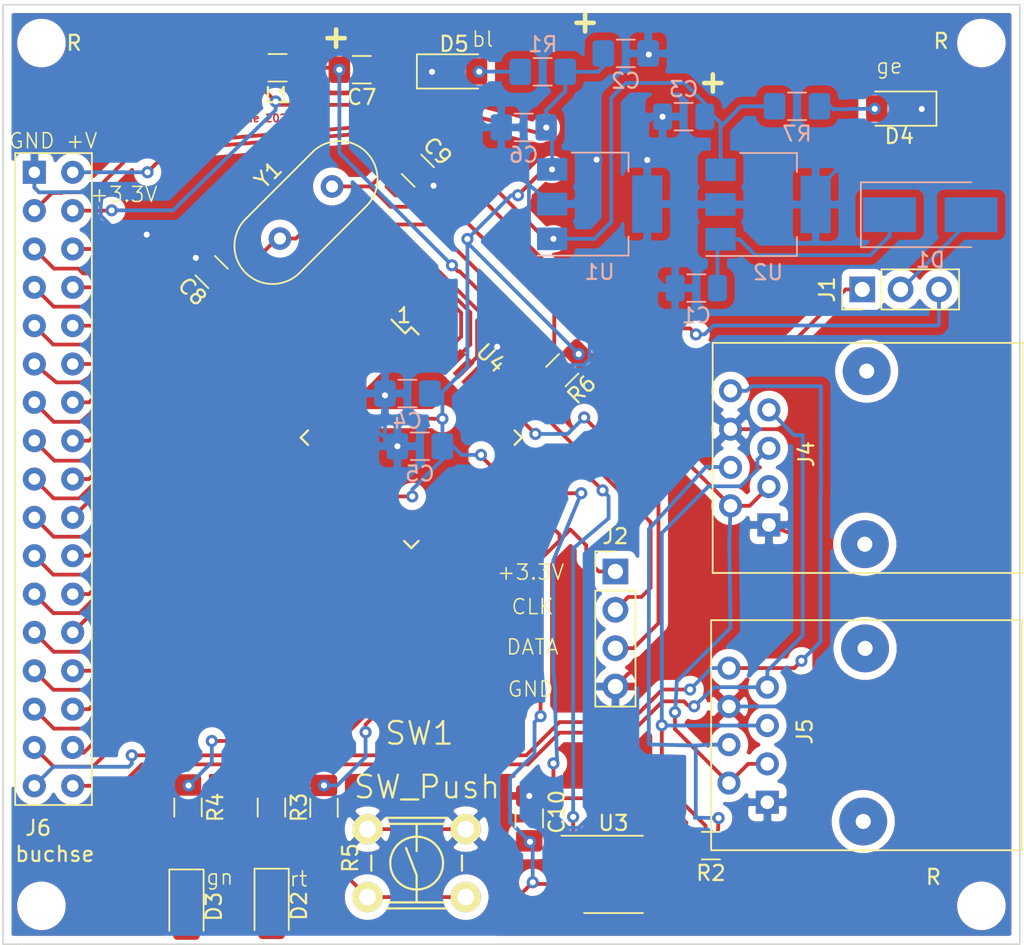
<source format=kicad_pcb>
(kicad_pcb (version 20171130) (host pcbnew 5.1.5-52549c5~84~ubuntu18.04.1)
  (layers (0 F.Cu signal) (31 B.Cu signal) (34 B.Paste user) (35 F.Paste user) (36 B.SilkS user) (37 F.SilkS user) (38 B.Mask user) (39 F.Mask user) (44 Edge.Cuts user))
  (net 0 "")
  (net 1 "Net-(C1-Pad2)")
  (net 2 GND)
  (net 3 +3V3)
  (net 4 +5V)
  (net 5 AVCC)
  (net 6 "Net-(C8-Pad1)")
  (net 7 "Net-(C9-Pad1)")
  (net 8 "Net-(D1-Pad2)")
  (net 9 "Net-(D2-Pad1)")
  (net 10 "Net-(D3-Pad1)")
  (net 11 "Net-(D4-Pad2)")
  (net 12 "Net-(D5-Pad2)")
  (net 13 +V)
  (net 14 +7V)
  (net 15 CANL)
  (net 16 CANH)
  (net 17 DCC_A)
  (net 18 DCC_B)
  (net 19 PC2)
  (net 20 PC0)
  (net 21 PA0)
  (net 22 PA2)
  (net 23 PA6)
  (net 24 PB2)
  (net 25 PA4)
  (net 26 PB0)
  (net 27 PC4)
  (net 28 PC6)
  (net 29 PD4)
  (net 30 PD6)
  (net 31 PD0)
  (net 32 PD2)
  (net 33 PA1)
  (net 34 PA3)
  (net 35 PA5)
  (net 36 PA7)
  (net 37 PB1)
  (net 38 PB3)
  (net 39 PC1)
  (net 40 PC3)
  (net 41 PC5)
  (net 42 PC7)
  (net 43 PD1)
  (net 44 PD3)
  (net 45 PD5)
  (net 46 PD7)
  (net 47 "Net-(R2-Pad2)")
  (net 48 PE1)
  (net 49 PE0)
  (net 50 "Net-(R5-Pad1)")
  (net 51 "Net-(U3-Pad4)")
  (net 52 "Net-(U3-Pad1)")
  (net 53 PDI_DATA)
  (net 54 PDICLK)
  (net 55 "Net-(U3-Pad5)")
  (module sboxnet:8p8c-mebp (layer F.Cu) (at 143.41 98.6 90)
    (fp_text reference J4 (at 0.24638 -3.87096 90) (layer F.SilkS))
    (fp_text value 8P8C)
    (pad "" np_thru_hole circle (at 5.75 0.12446 90) (size 3.17 3.17) (drill 1) (layers *.Cu *.Mask))
    (pad "" np_thru_hole circle (at -5.715 0 90) (size 3.17 3.17) (drill 1) (layers *.Cu *.Mask))
    (pad 1 thru_hole rect (at -4.44 -6.35 90) (size 1.524 1.524) (drill oval 0.9) (layers *.Cu *.Mask) (net 2 GND))
    (pad 2 thru_hole circle (at -3.17 -8.89 90) (size 1.524 1.524) (drill 0.9) (layers *.Cu *.Mask) (net 14 +7V))
    (pad 3 thru_hole circle (at -1.9 -6.35 90) (size 1.524 1.524) (drill 0.9) (layers *.Cu *.Mask) (net 14 +7V))
    (pad 4 thru_hole circle (at -0.63 -8.89 90) (size 1.524 1.524) (drill 0.9) (layers *.Cu *.Mask) (net 15 CANL))
    (pad 5 thru_hole circle (at 0.64 -6.35 90) (size 1.524 1.524) (drill 0.9) (layers *.Cu *.Mask) (net 16 CANH))
    (pad 7 thru_hole circle (at 3.18 -6.35 90) (size 1.524 1.524) (drill 0.9) (layers *.Cu *.Mask) (net 17 DCC_A))
    (pad 6 thru_hole circle (at 1.905 -8.89 90) (size 1.524 1.524) (drill 0.9) (layers *.Cu *.Mask) (net 2 GND))
    (pad 8 thru_hole circle (at 4.445 -8.89 90) (size 1.524 1.524) (drill 0.9) (layers *.Cu *.Mask) (net 18 DCC_B))
  )
  (module Connector_PinHeader_2.54mm:PinHeader_1x03_P2.54mm_Vertical (layer F.Cu) (at 143.24 87.44 90)
    (fp_text reference J1 (at 0 -2.33 90) (layer F.SilkS))
    (fp_text value Conn_01x03)
    (pad 3 thru_hole oval (at 0 5.08 90) (size 1.7 1.7) (drill 1) (layers *.Cu *.Mask) (net 13 +V))
    (pad 2 thru_hole oval (at 0 2.54 90) (size 1.7 1.7) (drill 1) (layers *.Cu *.Mask) (net 8 "Net-(D1-Pad2)"))
    (pad 1 thru_hole rect (at 0 0 90) (size 1.7 1.7) (drill 1) (layers *.Cu *.Mask) (net 14 +7V))
  )
  (module sboxnet:8p8c-mebp (layer F.Cu) (at 143.3068 116.967 90)
    (fp_text reference J5 (at 0.24638 -3.87096 90) (layer F.SilkS))
    (fp_text value 8P8C)
    (pad "" np_thru_hole circle (at 5.75 0.12446 90) (size 3.17 3.17) (drill 1) (layers *.Cu *.Mask))
    (pad "" np_thru_hole circle (at -5.715 0 90) (size 3.17 3.17) (drill 1) (layers *.Cu *.Mask))
    (pad 1 thru_hole rect (at -4.44 -6.35 90) (size 1.524 1.524) (drill oval 0.9) (layers *.Cu *.Mask) (net 2 GND))
    (pad 2 thru_hole circle (at -3.17 -8.89 90) (size 1.524 1.524) (drill 0.9) (layers *.Cu *.Mask) (net 14 +7V))
    (pad 3 thru_hole circle (at -1.9 -6.35 90) (size 1.524 1.524) (drill 0.9) (layers *.Cu *.Mask) (net 14 +7V))
    (pad 4 thru_hole circle (at -0.63 -8.89 90) (size 1.524 1.524) (drill 0.9) (layers *.Cu *.Mask) (net 15 CANL))
    (pad 5 thru_hole circle (at 0.64 -6.35 90) (size 1.524 1.524) (drill 0.9) (layers *.Cu *.Mask) (net 16 CANH))
    (pad 7 thru_hole circle (at 3.18 -6.35 90) (size 1.524 1.524) (drill 0.9) (layers *.Cu *.Mask) (net 17 DCC_A))
    (pad 6 thru_hole circle (at 1.905 -8.89 90) (size 1.524 1.524) (drill 0.9) (layers *.Cu *.Mask) (net 2 GND))
    (pad 8 thru_hole circle (at 4.445 -8.89 90) (size 1.524 1.524) (drill 0.9) (layers *.Cu *.Mask) (net 18 DCC_B))
  )
  (module Resistor_SMD:R_1206_3216Metric_Pad1.42x1.75mm_HandSolder (layer F.Cu) (at 133.223 124.2822 180)
    (fp_text reference R2 (at 0 -1.82) (layer F.SilkS))
    (fp_text value 15k)
    (pad 2 smd roundrect (at 1.4875 0 180) (size 1.425 1.75) (layers F.Cu F.Paste F.Mask) (roundrect_rratio 0.175439) (net 47 "Net-(R2-Pad2)"))
    (pad 1 smd roundrect (at -1.4875 0 180) (size 1.425 1.75) (layers F.Cu F.Paste F.Mask) (roundrect_rratio 0.175439) (net 2 GND))
  )
  (module MountingHole:MountingHole_2.2mm_M2 (layer F.Cu) (at 88.9 71.12)
    (fp_text reference R (at 2.159 0) (layer F.SilkS))
    (fp_text value MH2.2)
    (pad 1 np_thru_hole circle (at 0 0) (size 2.2 2.2) (drill 2.2) (layers *.Cu *.Mask))
  )
  (module MountingHole:MountingHole_2.2mm_M2 (layer F.Cu) (at 88.9 128.27)
    (fp_text reference buchse (at 0.889 -3.429) (layer F.SilkS))
    (fp_text value MH2.2)
    (pad 1 np_thru_hole circle (at 0 0) (size 2.2 2.2) (drill 2.2) (layers *.Cu *.Mask))
  )
  (module MountingHole:MountingHole_2.2mm_M2 (layer F.Cu) (at 151.13 128.27)
    (fp_text reference R (at -3.175 -1.905) (layer F.SilkS))
    (fp_text value " MH2.2")
    (pad 1 np_thru_hole circle (at 0 0) (size 2.2 2.2) (drill 2.2) (layers *.Cu *.Mask))
  )
  (module MountingHole:MountingHole_2.2mm_M2 (layer F.Cu) (at 151.13 71.12)
    (fp_text reference R (at -2.667 -0.127) (layer F.SilkS))
    (fp_text value MH2.2)
    (pad 1 np_thru_hole circle (at 0 0) (size 2.2 2.2) (drill 2.2) (layers *.Cu *.Mask))
  )
  (module Package_QFP:TQFP-44_10x10mm_P0.8mm (layer F.Cu) (at 113.3856 97.2566 315)
    (fp_text reference U4 (at 0 -7.45 135) (layer F.SilkS))
    (fp_text value ATxmega32A4U-AU)
    (pad 44 smd rect (at -4 -5.7 45) (size 1.5 0.55) (layers F.Cu F.Paste F.Mask) (net 25 PA4))
    (pad 43 smd rect (at -3.2 -5.7 45) (size 1.5 0.55) (layers F.Cu F.Paste F.Mask) (net 34 PA3))
    (pad 42 smd rect (at -2.4 -5.7 45) (size 1.5 0.55) (layers F.Cu F.Paste F.Mask) (net 22 PA2))
    (pad 41 smd rect (at -1.6 -5.7 45) (size 1.5 0.55) (layers F.Cu F.Paste F.Mask) (net 33 PA1))
    (pad 40 smd rect (at -0.8 -5.7 45) (size 1.5 0.55) (layers F.Cu F.Paste F.Mask) (net 21 PA0))
    (pad 39 smd rect (at 0 -5.7 45) (size 1.5 0.55) (layers F.Cu F.Paste F.Mask) (net 5 AVCC))
    (pad 38 smd rect (at 0.8 -5.7 45) (size 1.5 0.55) (layers F.Cu F.Paste F.Mask) (net 2 GND))
    (pad 37 smd rect (at 1.6 -5.7 45) (size 1.5 0.55) (layers F.Cu F.Paste F.Mask) (net 6 "Net-(C8-Pad1)"))
    (pad 36 smd rect (at 2.4 -5.7 45) (size 1.5 0.55) (layers F.Cu F.Paste F.Mask) (net 7 "Net-(C9-Pad1)"))
    (pad 35 smd rect (at 3.2 -5.7 45) (size 1.5 0.55) (layers F.Cu F.Paste F.Mask) (net 54 PDICLK))
    (pad 34 smd rect (at 4 -5.7 45) (size 1.5 0.55) (layers F.Cu F.Paste F.Mask) (net 53 PDI_DATA))
    (pad 33 smd rect (at 5.7 -4 315) (size 1.5 0.55) (layers F.Cu F.Paste F.Mask) (net 52 "Net-(U3-Pad1)"))
    (pad 32 smd rect (at 5.7 -3.2 315) (size 1.5 0.55) (layers F.Cu F.Paste F.Mask) (net 51 "Net-(U3-Pad4)"))
    (pad 31 smd rect (at 5.7 -2.4 315) (size 1.5 0.55) (layers F.Cu F.Paste F.Mask) (net 3 +3V3))
    (pad 30 smd rect (at 5.7 -1.6 315) (size 1.5 0.55) (layers F.Cu F.Paste F.Mask) (net 2 GND))
    (pad 29 smd rect (at 5.7 -0.8 315) (size 1.5 0.55) (layers F.Cu F.Paste F.Mask) (net 48 PE1))
    (pad 28 smd rect (at 5.7 0 315) (size 1.5 0.55) (layers F.Cu F.Paste F.Mask) (net 49 PE0))
    (pad 27 smd rect (at 5.7 0.8 315) (size 1.5 0.55) (layers F.Cu F.Paste F.Mask) (net 46 PD7))
    (pad 26 smd rect (at 5.7 1.6 315) (size 1.5 0.55) (layers F.Cu F.Paste F.Mask) (net 30 PD6))
    (pad 25 smd rect (at 5.7 2.4 315) (size 1.5 0.55) (layers F.Cu F.Paste F.Mask) (net 45 PD5))
    (pad 24 smd rect (at 5.7 3.2 315) (size 1.5 0.55) (layers F.Cu F.Paste F.Mask) (net 29 PD4))
    (pad 23 smd rect (at 5.7 4 315) (size 1.5 0.55) (layers F.Cu F.Paste F.Mask) (net 44 PD3))
    (pad 22 smd rect (at 4 5.7 45) (size 1.5 0.55) (layers F.Cu F.Paste F.Mask) (net 32 PD2))
    (pad 21 smd rect (at 3.2 5.7 45) (size 1.5 0.55) (layers F.Cu F.Paste F.Mask) (net 43 PD1))
    (pad 20 smd rect (at 2.4 5.7 45) (size 1.5 0.55) (layers F.Cu F.Paste F.Mask) (net 31 PD0))
    (pad 19 smd rect (at 1.6 5.7 45) (size 1.5 0.55) (layers F.Cu F.Paste F.Mask) (net 3 +3V3))
    (pad 18 smd rect (at 0.8 5.7 45) (size 1.5 0.55) (layers F.Cu F.Paste F.Mask) (net 2 GND))
    (pad 17 smd rect (at 0 5.7 45) (size 1.5 0.55) (layers F.Cu F.Paste F.Mask) (net 42 PC7))
    (pad 16 smd rect (at -0.8 5.7 45) (size 1.5 0.55) (layers F.Cu F.Paste F.Mask) (net 28 PC6))
    (pad 15 smd rect (at -1.6 5.7 45) (size 1.5 0.55) (layers F.Cu F.Paste F.Mask) (net 41 PC5))
    (pad 14 smd rect (at -2.4 5.7 45) (size 1.5 0.55) (layers F.Cu F.Paste F.Mask) (net 27 PC4))
    (pad 13 smd rect (at -3.2 5.7 45) (size 1.5 0.55) (layers F.Cu F.Paste F.Mask) (net 40 PC3))
    (pad 12 smd rect (at -4 5.7 45) (size 1.5 0.55) (layers F.Cu F.Paste F.Mask) (net 19 PC2))
    (pad 11 smd rect (at -5.7 4 315) (size 1.5 0.55) (layers F.Cu F.Paste F.Mask) (net 39 PC1))
    (pad 10 smd rect (at -5.7 3.2 315) (size 1.5 0.55) (layers F.Cu F.Paste F.Mask) (net 20 PC0))
    (pad 9 smd rect (at -5.7 2.4 315) (size 1.5 0.55) (layers F.Cu F.Paste F.Mask) (net 3 +3V3))
    (pad 8 smd rect (at -5.7 1.6 315) (size 1.5 0.55) (layers F.Cu F.Paste F.Mask) (net 2 GND))
    (pad 7 smd rect (at -5.7 0.8 315) (size 1.5 0.55) (layers F.Cu F.Paste F.Mask) (net 38 PB3))
    (pad 6 smd rect (at -5.7 0 315) (size 1.5 0.55) (layers F.Cu F.Paste F.Mask) (net 24 PB2))
    (pad 5 smd rect (at -5.7 -0.8 315) (size 1.5 0.55) (layers F.Cu F.Paste F.Mask) (net 37 PB1))
    (pad 4 smd rect (at -5.7 -1.6 315) (size 1.5 0.55) (layers F.Cu F.Paste F.Mask) (net 26 PB0))
    (pad 3 smd rect (at -5.7 -2.4 315) (size 1.5 0.55) (layers F.Cu F.Paste F.Mask) (net 36 PA7))
    (pad 2 smd rect (at -5.7 -3.2 315) (size 1.5 0.55) (layers F.Cu F.Paste F.Mask) (net 23 PA6))
    (pad 1 smd oval (at -5.7 -4 315) (size 1.5 0.55) (layers F.Cu F.Paste F.Mask) (net 35 PA5))
  )
  (module Crystal:Crystal_HC49-U_Vertical (layer F.Cu) (at 104.69 84.07 45)
    (fp_text reference Y1 (at 2.44 -3.525 45) (layer F.SilkS))
    (fp_text value 16MHz)
    (pad 2 thru_hole circle (at 4.88 0 45) (size 1.5 1.5) (drill 0.8) (layers *.Cu *.Mask) (net 7 "Net-(C9-Pad1)"))
    (pad 1 thru_hole circle (at 0 0 45) (size 1.5 1.5) (drill 0.8) (layers *.Cu *.Mask) (net 6 "Net-(C8-Pad1)"))
  )
  (module Capacitor_SMD:C_1206_3216Metric_Pad1.42x1.75mm_HandSolder (layer F.Cu) (at 113.82 79.57 315)
    (fp_text reference C9 (at 0 -1.82 135) (layer F.SilkS))
    (fp_text value 15p)
    (pad 2 smd roundrect (at 1.4875 0 315) (size 1.425 1.75) (layers F.Cu F.Paste F.Mask) (roundrect_rratio 0.175439) (net 2 GND))
    (pad 1 smd roundrect (at -1.4875 0 315) (size 1.425 1.75) (layers F.Cu F.Paste F.Mask) (roundrect_rratio 0.175439) (net 7 "Net-(C9-Pad1)"))
  )
  (module Capacitor_SMD:C_1206_3216Metric_Pad1.42x1.75mm_HandSolder (layer F.Cu) (at 100.17 86.29 135)
    (fp_text reference C8 (at 0 -1.82 135) (layer F.SilkS))
    (fp_text value 15p)
    (pad 2 smd roundrect (at 1.4875 0 135) (size 1.425 1.75) (layers F.Cu F.Paste F.Mask) (roundrect_rratio 0.175439) (net 2 GND))
    (pad 1 smd roundrect (at -1.4875 0 135) (size 1.425 1.75) (layers F.Cu F.Paste F.Mask) (roundrect_rratio 0.175439) (net 6 "Net-(C8-Pad1)"))
  )
  (module Capacitor_SMD:C_1206_3216Metric_Pad1.42x1.75mm_HandSolder (layer B.Cu) (at 120.8278 76.708)
    (fp_text reference C6 (at 0 1.82) (layer B.SilkS) (effects (justify mirror)))
    (fp_text value 100n)
    (pad 2 smd roundrect (at 1.4875 0) (size 1.425 1.75) (layers B.Cu B.Paste B.Mask) (roundrect_rratio 0.175439) (net 3 +3V3))
    (pad 1 smd roundrect (at -1.4875 0) (size 1.425 1.75) (layers B.Cu B.Paste B.Mask) (roundrect_rratio 0.175439) (net 2 GND))
  )
  (module Diode_SMD:D_SMB_Handsoldering (layer B.Cu) (at 147.75 82.49)
    (fp_text reference D1 (at 0 3) (layer B.SilkS) (effects (justify mirror)))
    (fp_text value SKL13B)
    (pad 2 smd rect (at 2.7 0) (size 3.5 2.3) (layers B.Cu B.Paste B.Mask) (net 8 "Net-(D1-Pad2)"))
    (pad 1 smd rect (at -2.7 0) (size 3.5 2.3) (layers B.Cu B.Paste B.Mask) (net 1 "Net-(C1-Pad2)"))
  )
  (module Package_TO_SOT_SMD:SOT-223-3_TabPin2 (layer B.Cu) (at 137.0076 81.8134)
    (fp_text reference U2 (at 0 4.5) (layer B.SilkS) (effects (justify mirror)))
    (fp_text value MCP1703A-5002_SOT223)
    (pad 1 smd rect (at -3.15 2.3) (size 2 1.5) (layers B.Cu B.Paste B.Mask) (net 1 "Net-(C1-Pad2)"))
    (pad 3 smd rect (at -3.15 -2.3) (size 2 1.5) (layers B.Cu B.Paste B.Mask) (net 4 +5V))
    (pad 2 smd rect (at -3.15 0) (size 2 1.5) (layers B.Cu B.Paste B.Mask) (net 2 GND))
    (pad 2 smd rect (at 3.15 0) (size 2 3.8) (layers B.Cu B.Paste B.Mask) (net 2 GND))
  )
  (module Inductor_SMD:L_1206_3216Metric_Pad1.42x1.75mm_HandSolder (layer F.Cu) (at 104.5337 72.7583 180)
    (fp_text reference L1 (at 0 -1.82) (layer F.SilkS))
    (fp_text value "Ferrit 60Ohm")
    (pad 2 smd roundrect (at 1.4875 0 180) (size 1.425 1.75) (layers F.Cu F.Paste F.Mask) (roundrect_rratio 0.175439) (net 3 +3V3))
    (pad 1 smd roundrect (at -1.4875 0 180) (size 1.425 1.75) (layers F.Cu F.Paste F.Mask) (roundrect_rratio 0.175439) (net 5 AVCC))
  )
  (module Package_SO:SOIC-8_3.9x4.9mm_P1.27mm (layer F.Cu) (at 126.7714 126.1872)
    (fp_text reference U3 (at 0 -3.4) (layer F.SilkS))
    (fp_text value SN65HVD230)
    (pad 8 smd roundrect (at 2.475 -1.905) (size 1.95 0.6) (layers F.Cu F.Paste F.Mask) (net 47 "Net-(R2-Pad2)"))
    (pad 7 smd roundrect (at 2.475 -0.635) (size 1.95 0.6) (layers F.Cu F.Paste F.Mask) (net 16 CANH))
    (pad 6 smd roundrect (at 2.475 0.635) (size 1.95 0.6) (layers F.Cu F.Paste F.Mask) (net 15 CANL))
    (pad 5 smd roundrect (at 2.475 1.905) (size 1.95 0.6) (layers F.Cu F.Paste F.Mask) (net 55 "Net-(U3-Pad5)"))
    (pad 4 smd roundrect (at -2.475 1.905) (size 1.95 0.6) (layers F.Cu F.Paste F.Mask) (net 51 "Net-(U3-Pad4)"))
    (pad 3 smd roundrect (at -2.475 0.635) (size 1.95 0.6) (layers F.Cu F.Paste F.Mask) (net 3 +3V3))
    (pad 2 smd roundrect (at -2.475 -0.635) (size 1.95 0.6) (layers F.Cu F.Paste F.Mask) (net 2 GND))
    (pad 1 smd rect (at -2.475 -1.905) (size 1.95 0.6) (layers F.Cu F.Paste F.Mask) (net 52 "Net-(U3-Pad1)"))
  )
  (module Package_TO_SOT_SMD:SOT-223-3_TabPin2 (layer B.Cu) (at 125.857 81.788)
    (fp_text reference U1 (at 0 4.5) (layer B.SilkS) (effects (justify mirror)))
    (fp_text value MCP1703A-3302_SOT223)
    (pad 1 smd rect (at -3.15 2.3) (size 2 1.5) (layers B.Cu B.Paste B.Mask) (net 4 +5V))
    (pad 3 smd rect (at -3.15 -2.3) (size 2 1.5) (layers B.Cu B.Paste B.Mask) (net 3 +3V3))
    (pad 2 smd rect (at -3.15 0) (size 2 1.5) (layers B.Cu B.Paste B.Mask) (net 2 GND))
    (pad 2 smd rect (at 3.15 0) (size 2 3.8) (layers B.Cu B.Paste B.Mask) (net 2 GND))
  )
  (module sboxnet:JTP-1130 (layer F.Cu) (at 113.74 125.44)
    (fp_text reference SW1 (at 0.179 -8.6) (layer F.SilkS) (effects (font (size 1.5 1.5))))
    (fp_text value SW_Push (at 0.687 -5.044) (layer F.SilkS) (effects (font (size 1.5 1.5))))
    (pad 1 thru_hole circle (at 3.25 2.25) (size 2 2) (drill 1.1) (layers *.Cu *.Mask F.SilkS) (net 50 "Net-(R5-Pad1)"))
    (pad 1 thru_hole circle (at -3.25 2.25) (size 2 2) (drill 1.1) (layers *.Cu *.Mask F.SilkS) (net 50 "Net-(R5-Pad1)"))
    (pad 2 thru_hole circle (at 3.25 -2.25) (size 2 2) (drill 1.1) (layers *.Cu *.Mask F.SilkS) (net 2 GND))
    (pad 2 thru_hole circle (at -3.25 -2.25) (size 2 2) (drill 1.1) (layers *.Cu *.Mask F.SilkS) (net 2 GND))
  )
  (module Resistor_SMD:R_1206_3216Metric_Pad1.42x1.75mm_HandSolder (layer B.Cu) (at 138.9237 75.311)
    (fp_text reference R7 (at 0 1.82) (layer B.SilkS) (effects (justify mirror)))
    (fp_text value 470)
    (pad 2 smd roundrect (at 1.4875 0) (size 1.425 1.75) (layers B.Cu B.Paste B.Mask) (roundrect_rratio 0.175439) (net 11 "Net-(D4-Pad2)"))
    (pad 1 smd roundrect (at -1.4875 0) (size 1.425 1.75) (layers B.Cu B.Paste B.Mask) (roundrect_rratio 0.175439) (net 4 +5V))
  )
  (module Resistor_SMD:R_1206_3216Metric_Pad1.42x1.75mm_HandSolder (layer F.Cu) (at 123.38 92.79 225)
    (fp_text reference R6 (at 0 -1.82 45) (layer F.SilkS))
    (fp_text value 10k)
    (pad 2 smd roundrect (at 1.4875 0 225) (size 1.425 1.75) (layers F.Cu F.Paste F.Mask) (roundrect_rratio 0.175439) (net 54 PDICLK))
    (pad 1 smd roundrect (at -1.4875 0 225) (size 1.425 1.75) (layers F.Cu F.Paste F.Mask) (roundrect_rratio 0.175439) (net 3 +3V3))
  )
  (module Resistor_SMD:R_1206_3216Metric_Pad1.42x1.75mm_HandSolder (layer F.Cu) (at 107.6071 121.7819 90)
    (fp_text reference R5 (at -3.3131 1.7399 90) (layer F.SilkS))
    (fp_text value 1k)
    (pad 2 smd roundrect (at 1.4875 0 90) (size 1.425 1.75) (layers F.Cu F.Paste F.Mask) (roundrect_rratio 0.175439) (net 48 PE1))
    (pad 1 smd roundrect (at -1.4875 0 90) (size 1.425 1.75) (layers F.Cu F.Paste F.Mask) (roundrect_rratio 0.175439) (net 50 "Net-(R5-Pad1)"))
  )
  (module Resistor_SMD:R_1206_3216Metric_Pad1.42x1.75mm_HandSolder (layer F.Cu) (at 98.6028 121.7533 270)
    (fp_text reference R4 (at 0 -1.82 90) (layer F.SilkS))
    (fp_text value 470)
    (pad 2 smd roundrect (at 1.4875 0 270) (size 1.425 1.75) (layers F.Cu F.Paste F.Mask) (roundrect_rratio 0.175439) (net 10 "Net-(D3-Pad1)"))
    (pad 1 smd roundrect (at -1.4875 0 270) (size 1.425 1.75) (layers F.Cu F.Paste F.Mask) (roundrect_rratio 0.175439) (net 49 PE0))
  )
  (module Resistor_SMD:R_1206_3216Metric_Pad1.42x1.75mm_HandSolder (layer F.Cu) (at 104.1273 121.7549 270)
    (fp_text reference R3 (at 0 -1.82 90) (layer F.SilkS))
    (fp_text value 470)
    (pad 2 smd roundrect (at 1.4875 0 270) (size 1.425 1.75) (layers F.Cu F.Paste F.Mask) (roundrect_rratio 0.175439) (net 9 "Net-(D2-Pad1)"))
    (pad 1 smd roundrect (at -1.4875 0 270) (size 1.425 1.75) (layers F.Cu F.Paste F.Mask) (roundrect_rratio 0.175439) (net 48 PE1))
  )
  (module Resistor_SMD:R_1206_3216Metric_Pad1.42x1.75mm_HandSolder (layer B.Cu) (at 122.0867 73.025 180)
    (fp_text reference R1 (at 0 1.82) (layer B.SilkS) (effects (justify mirror)))
    (fp_text value 470)
    (pad 2 smd roundrect (at 1.4875 0 180) (size 1.425 1.75) (layers B.Cu B.Paste B.Mask) (roundrect_rratio 0.175439) (net 12 "Net-(D5-Pad2)"))
    (pad 1 smd roundrect (at -1.4875 0 180) (size 1.425 1.75) (layers B.Cu B.Paste B.Mask) (roundrect_rratio 0.175439) (net 3 +3V3))
  )
  (module sboxnet:sboxnet-buchse-2x17 (layer F.Cu) (at 90.9701 122.8598 180)
    (fp_text reference J6 (at 2.286 -0.254) (layer F.SilkS))
    (fp_text value sboxnet-buchse_2x17)
    (pad 19 thru_hole circle (at 0 20.32) (size 1.524 1.524) (drill 0.762) (layers *.Cu *.Mask) (net 19 PC2))
    (pad 33 thru_hole circle (at 0 2.54) (size 1.524 1.524) (drill 0.762) (layers *.Cu *.Mask) (net 17 DCC_A))
    (pad 17 thru_hole circle (at 0 22.86) (size 1.524 1.524) (drill 0.762) (layers *.Cu *.Mask) (net 20 PC0))
    (pad 5 thru_hole circle (at 0 38.1) (size 1.524 1.524) (drill 0.762) (layers *.Cu *.Mask) (net 21 PA0))
    (pad 7 thru_hole circle (at 0 35.56) (size 1.524 1.524) (drill 0.762) (layers *.Cu *.Mask) (net 22 PA2))
    (pad 11 thru_hole circle (at 0 30.48) (size 1.524 1.524) (drill 0.762) (layers *.Cu *.Mask) (net 23 PA6))
    (pad 15 thru_hole circle (at 0 25.4) (size 1.524 1.524) (drill 0.762) (layers *.Cu *.Mask) (net 24 PB2))
    (pad 9 thru_hole circle (at 0 33.02) (size 1.524 1.524) (drill 0.762) (layers *.Cu *.Mask) (net 25 PA4))
    (pad 13 thru_hole circle (at 0 27.94) (size 1.524 1.524) (drill 0.762) (layers *.Cu *.Mask) (net 26 PB0))
    (pad 21 thru_hole circle (at 0 17.78) (size 1.524 1.524) (drill 0.762) (layers *.Cu *.Mask) (net 27 PC4))
    (pad 23 thru_hole circle (at 0 15.24) (size 1.524 1.524) (drill 0.762) (layers *.Cu *.Mask) (net 28 PC6))
    (pad 3 thru_hole circle (at 0 40.64) (size 1.524 1.524) (drill 0.762) (layers *.Cu *.Mask) (net 3 +3V3))
    (pad 29 thru_hole circle (at 0 7.62) (size 1.524 1.524) (drill 0.762) (layers *.Cu *.Mask) (net 29 PD4))
    (pad 31 thru_hole circle (at 0 5.08) (size 1.524 1.524) (drill 0.762) (layers *.Cu *.Mask) (net 30 PD6))
    (pad 25 thru_hole circle (at 0 12.7) (size 1.524 1.524) (drill 0.762) (layers *.Cu *.Mask) (net 31 PD0))
    (pad 27 thru_hole circle (at 0 10.16) (size 1.524 1.524) (drill 0.762) (layers *.Cu *.Mask) (net 32 PD2))
    (pad 1 thru_hole circle (at 0 43.18) (size 1.524 1.524) (drill 0.762) (layers *.Cu *.Mask) (net 13 +V))
    (pad 2 thru_hole rect (at 2.54 43.18) (size 1.524 1.524) (drill 0.762) (layers *.Cu *.Mask) (net 2 GND))
    (pad 4 thru_hole circle (at 2.54 40.64) (size 1.524 1.524) (drill 0.762) (layers *.Cu *.Mask) (net 4 +5V))
    (pad 6 thru_hole circle (at 2.54 38.1) (size 1.524 1.524) (drill 0.762) (layers *.Cu *.Mask) (net 33 PA1))
    (pad 8 thru_hole circle (at 2.54 35.56) (size 1.524 1.524) (drill 0.762) (layers *.Cu *.Mask) (net 34 PA3))
    (pad 10 thru_hole circle (at 2.54 33.02) (size 1.524 1.524) (drill 0.762) (layers *.Cu *.Mask) (net 35 PA5))
    (pad 12 thru_hole circle (at 2.54 30.48) (size 1.524 1.524) (drill 0.762) (layers *.Cu *.Mask) (net 36 PA7))
    (pad 14 thru_hole circle (at 2.54 27.94) (size 1.524 1.524) (drill 0.762) (layers *.Cu *.Mask) (net 37 PB1))
    (pad 16 thru_hole circle (at 2.54 25.4) (size 1.524 1.524) (drill 0.762) (layers *.Cu *.Mask) (net 38 PB3))
    (pad 18 thru_hole circle (at 2.54 22.86) (size 1.524 1.524) (drill 0.762) (layers *.Cu *.Mask) (net 39 PC1))
    (pad 20 thru_hole circle (at 2.54 20.32) (size 1.524 1.524) (drill 0.762) (layers *.Cu *.Mask) (net 40 PC3))
    (pad 22 thru_hole circle (at 2.54 17.78) (size 1.524 1.524) (drill 0.762) (layers *.Cu *.Mask) (net 41 PC5))
    (pad 24 thru_hole circle (at 2.54 15.24) (size 1.524 1.524) (drill 0.762) (layers *.Cu *.Mask) (net 42 PC7))
    (pad 26 thru_hole circle (at 2.54 12.7) (size 1.524 1.524) (drill 0.762) (layers *.Cu *.Mask) (net 43 PD1))
    (pad 28 thru_hole circle (at 2.54 10.16) (size 1.524 1.524) (drill 0.762) (layers *.Cu *.Mask) (net 44 PD3))
    (pad 30 thru_hole circle (at 2.54 7.62) (size 1.524 1.524) (drill 0.762) (layers *.Cu *.Mask) (net 45 PD5))
    (pad 32 thru_hole circle (at 2.54 5.08) (size 1.524 1.524) (drill 0.762) (layers *.Cu *.Mask) (net 46 PD7))
    (pad 34 thru_hole circle (at 2.54 2.54) (size 1.524 1.524) (drill 0.762) (layers *.Cu *.Mask) (net 18 DCC_B))
  )
  (module Connector_PinHeader_2.54mm:PinHeader_1x04_P2.54mm_Vertical (layer F.Cu) (at 126.8984 106.1212)
    (fp_text reference J2 (at 0 -2.33) (layer F.SilkS))
    (fp_text value Conn_01x04)
    (pad 4 thru_hole oval (at 0 7.62) (size 1.7 1.7) (drill 1) (layers *.Cu *.Mask) (net 2 GND))
    (pad 3 thru_hole oval (at 0 5.08) (size 1.7 1.7) (drill 1) (layers *.Cu *.Mask) (net 53 PDI_DATA))
    (pad 2 thru_hole oval (at 0 2.54) (size 1.7 1.7) (drill 1) (layers *.Cu *.Mask) (net 54 PDICLK))
    (pad 1 thru_hole rect (at 0 0) (size 1.7 1.7) (drill 1) (layers *.Cu *.Mask) (net 3 +3V3))
  )
  (module LED_SMD:LED_1206_3216Metric_Pad1.42x1.75mm_HandSolder (layer F.Cu) (at 116.2177 72.9996)
    (fp_text reference D5 (at 0 -1.82) (layer F.SilkS))
    (fp_text value LED)
    (pad 2 smd roundrect (at 1.4875 0) (size 1.425 1.75) (layers F.Cu F.Paste F.Mask) (roundrect_rratio 0.175439) (net 12 "Net-(D5-Pad2)"))
    (pad 1 smd roundrect (at -1.4875 0) (size 1.425 1.75) (layers F.Cu F.Paste F.Mask) (roundrect_rratio 0.175439) (net 2 GND))
  )
  (module LED_SMD:LED_1206_3216Metric_Pad1.42x1.75mm_HandSolder (layer F.Cu) (at 145.6944 75.4634 180)
    (fp_text reference D4 (at 0 -1.82) (layer F.SilkS))
    (fp_text value LED)
    (pad 2 smd roundrect (at 1.4875 0 180) (size 1.425 1.75) (layers F.Cu F.Paste F.Mask) (roundrect_rratio 0.175439) (net 11 "Net-(D4-Pad2)"))
    (pad 1 smd roundrect (at -1.4875 0 180) (size 1.425 1.75) (layers F.Cu F.Paste F.Mask) (roundrect_rratio 0.175439) (net 2 GND))
  )
  (module LED_SMD:LED_1206_3216Metric_Pad1.42x1.75mm_HandSolder (layer F.Cu) (at 98.5012 128.3208 270)
    (fp_text reference D3 (at 0 -1.82 90) (layer F.SilkS))
    (fp_text value LED)
    (pad 2 smd roundrect (at 1.4875 0 270) (size 1.425 1.75) (layers F.Cu F.Paste F.Mask) (roundrect_rratio 0.175439) (net 3 +3V3))
    (pad 1 smd roundrect (at -1.4875 0 270) (size 1.425 1.75) (layers F.Cu F.Paste F.Mask) (roundrect_rratio 0.175439) (net 10 "Net-(D3-Pad1)"))
  )
  (module LED_SMD:LED_1206_3216Metric_Pad1.42x1.75mm_HandSolder (layer F.Cu) (at 104.14 128.27 270)
    (fp_text reference D2 (at 0 -1.82 90) (layer F.SilkS))
    (fp_text value LED)
    (pad 2 smd roundrect (at 1.4875 0 270) (size 1.425 1.75) (layers F.Cu F.Paste F.Mask) (roundrect_rratio 0.175439) (net 3 +3V3))
    (pad 1 smd roundrect (at -1.4875 0 270) (size 1.425 1.75) (layers F.Cu F.Paste F.Mask) (roundrect_rratio 0.175439) (net 9 "Net-(D2-Pad1)"))
  )
  (module Capacitor_SMD:C_1206_3216Metric_Pad1.42x1.75mm_HandSolder (layer F.Cu) (at 121.1961 122.4772 270)
    (fp_text reference C10 (at -0.4302 -1.82 90) (layer F.SilkS))
    (fp_text value 100n)
    (pad 2 smd roundrect (at 1.4875 0 270) (size 1.425 1.75) (layers F.Cu F.Paste F.Mask) (roundrect_rratio 0.175439) (net 3 +3V3))
    (pad 1 smd roundrect (at -1.4875 0 270) (size 1.425 1.75) (layers F.Cu F.Paste F.Mask) (roundrect_rratio 0.175439) (net 2 GND))
  )
  (module Capacitor_SMD:C_1206_3216Metric_Pad1.42x1.75mm_HandSolder (layer F.Cu) (at 110.1106 72.8853 180)
    (fp_text reference C7 (at 0 -1.82) (layer F.SilkS))
    (fp_text value 1u)
    (pad 2 smd roundrect (at 1.4875 0 180) (size 1.425 1.75) (layers F.Cu F.Paste F.Mask) (roundrect_rratio 0.175439) (net 5 AVCC))
    (pad 1 smd roundrect (at -1.4875 0 180) (size 1.425 1.75) (layers F.Cu F.Paste F.Mask) (roundrect_rratio 0.175439) (net 2 GND))
  )
  (module Capacitor_SMD:C_1206_3216Metric_Pad1.42x1.75mm_HandSolder (layer B.Cu) (at 113.9571 97.8281)
    (fp_text reference C5 (at 0 1.82) (layer B.SilkS) (effects (justify mirror)))
    (fp_text value 100n)
    (pad 2 smd roundrect (at 1.4875 0) (size 1.425 1.75) (layers B.Cu B.Paste B.Mask) (roundrect_rratio 0.175439) (net 3 +3V3))
    (pad 1 smd roundrect (at -1.4875 0) (size 1.425 1.75) (layers B.Cu B.Paste B.Mask) (roundrect_rratio 0.175439) (net 2 GND))
  )
  (module Capacitor_SMD:C_1206_3216Metric_Pad1.42x1.75mm_HandSolder (layer B.Cu) (at 113.1316 94.3356)
    (fp_text reference C4 (at 0 1.82) (layer B.SilkS) (effects (justify mirror)))
    (fp_text value 100n)
    (pad 2 smd roundrect (at 1.4875 0) (size 1.425 1.75) (layers B.Cu B.Paste B.Mask) (roundrect_rratio 0.175439) (net 3 +3V3))
    (pad 1 smd roundrect (at -1.4875 0) (size 1.425 1.75) (layers B.Cu B.Paste B.Mask) (roundrect_rratio 0.175439) (net 2 GND))
  )
  (module Capacitor_SMD:C_1206_3216Metric (layer B.Cu) (at 131.4196 75.9968 180)
    (fp_text reference C3 (at 0 1.82) (layer B.SilkS) (effects (justify mirror)))
    (fp_text value 10u)
    (pad 2 smd roundrect (at 1.4 0 180) (size 1.25 1.75) (layers B.Cu B.Paste B.Mask) (roundrect_rratio 0.2) (net 2 GND))
    (pad 1 smd roundrect (at -1.4 0 180) (size 1.25 1.75) (layers B.Cu B.Paste B.Mask) (roundrect_rratio 0.2) (net 4 +5V))
  )
  (module Capacitor_SMD:C_1206_3216Metric_Pad1.42x1.75mm_HandSolder (layer B.Cu) (at 127.5826 71.8058)
    (fp_text reference C2 (at 0 1.82) (layer B.SilkS) (effects (justify mirror)))
    (fp_text value 10u)
    (pad 2 smd roundrect (at 1.4875 0) (size 1.425 1.75) (layers B.Cu B.Paste B.Mask) (roundrect_rratio 0.175439) (net 2 GND))
    (pad 1 smd roundrect (at -1.4875 0) (size 1.425 1.75) (layers B.Cu B.Paste B.Mask) (roundrect_rratio 0.175439) (net 3 +3V3))
  )
  (module Capacitor_SMD:C_1206_3216Metric (layer B.Cu) (at 132.2578 87.3506)
    (fp_text reference C1 (at 0 1.82) (layer B.SilkS) (effects (justify mirror)))
    (fp_text value 100n)
    (pad 2 smd roundrect (at 1.4 0) (size 1.25 1.75) (layers B.Cu B.Paste B.Mask) (roundrect_rratio 0.2) (net 1 "Net-(C1-Pad2)"))
    (pad 1 smd roundrect (at -1.4 0) (size 1.25 1.75) (layers B.Cu B.Paste B.Mask) (roundrect_rratio 0.2) (net 2 GND))
  )
  (gr_text + (at 124.8918 69.6722) (layer F.SilkS) (effects (font (size 1.5 1.5) (thickness 0.3))))
  (gr_text + (at 133.35 73.66) (layer F.SilkS) (effects (font (size 1.5 1.5) (thickness 0.3))))
  (gr_text + (at 108.4072 70.6882) (layer F.SilkS) (effects (font (size 1.5 1.5) (thickness 0.3))))
  (gr_text +3.3V (at 94.361 81.153) (layer F.SilkS) (effects (font (size 1 1) (thickness 0.1))))
  (gr_text +V (at 91.567 77.597) (layer F.SilkS) (effects (font (size 1 1) (thickness 0.1))))
  (gr_text GND (at 88.265 77.597) (layer F.SilkS) (effects (font (size 1 1) (thickness 0.1))))
  (gr_text gn (at 100.711 126.365) (layer F.SilkS) (effects (font (size 1 1) (thickness 0.1))))
  (gr_text rt (at 105.918 126.492) (layer F.SilkS) (effects (font (size 1 1) (thickness 0.1))))
  (gr_text bl (at 118.11 70.866) (layer F.SilkS) (effects (font (size 1 1) (thickness 0.1))))
  (gr_text ge (at 145.034 72.644) (layer F.SilkS) (effects (font (size 1 1) (thickness 0.1))))
  (gr_text DATA (at 121.412 111.125) (layer F.SilkS) (effects (font (size 1 1) (thickness 0.1))))
  (gr_text CLK (at 121.412 108.458) (layer F.SilkS) (effects (font (size 1 1) (thickness 0.1))))
  (gr_text GND (at 121.285 113.919) (layer F.SilkS) (effects (font (size 1 1) (thickness 0.1))))
  (gr_text +3.3V (at 121.285 106.172) (layer F.SilkS) (effects (font (size 1 1) (thickness 0.1))))
  (gr_text 1 (at 112.903 89.154) (layer F.SilkS) (effects (font (size 1 1))))
  (gr_circle (center 125.095 123.063) (end 125.378981 123.063) (layer F.Cu) (width 0.1))
  (gr_circle (center 125.095 123.063) (end 125.222 123.063) (layer F.Cu) (width 0.15))
  (gr_circle (center 111.887 88.773) (end 112.014 88.773) (layer F.Cu) (width 0.15))
  (gr_circle (center 111.887 88.773) (end 112.170981 88.773) (layer F.Cu) (width 0.1))
  (gr_text "(c) Thomas Maier tom@tom.ist-im-web.de 2020.01.27" (at 97.5 76.1) (layer F.Cu) (effects (font (size 0.5 0.5) (thickness 0.1))))
  (gr_text "sboxnet modul v3" (at 94.05 74.51) (layer F.Cu) (effects (font (size 1 1))))
  (gr_line (start 86.36 130.81) (end 86.36 68.58) (layer Edge.Cuts) (width 0.1))
  (gr_line (start 87.63 130.81) (end 86.36 130.81) (layer Edge.Cuts) (width 0.1))
  (gr_line (start 153.67 130.81) (end 87.63 130.81) (layer Edge.Cuts) (width 0.1))
  (gr_line (start 153.67 68.58) (end 153.67 130.81) (layer Edge.Cuts) (width 0.1))
  (gr_line (start 86.36 68.58) (end 153.67 68.58) (layer Edge.Cuts) (width 0.1))
  (segment (start 133.6578 84.3132) (end 133.8576 84.1134) (width 0.25) (layer B.Cu) (net 1))
  (segment (start 133.6578 87.3506) (end 133.6578 84.3132) (width 0.25) (layer B.Cu) (net 1))
  (segment (start 145.05 83.89) (end 145.05 82.49) (width 0.25) (layer B.Cu) (net 1))
  (segment (start 143.77 85.17) (end 145.05 83.89) (width 0.25) (layer B.Cu) (net 1))
  (segment (start 136.1642 85.17) (end 143.77 85.17) (width 0.25) (layer B.Cu) (net 1))
  (segment (start 135.1076 84.1134) (end 136.1642 85.17) (width 0.25) (layer B.Cu) (net 1))
  (segment (start 133.8576 84.1134) (end 135.1076 84.1134) (width 0.25) (layer B.Cu) (net 1))
  (via (at 99.12 85.35) (size 0.8) (drill 0.4) (layers F.Cu B.Cu) (net 2))
  (via (at 114.86 80.57) (size 0.8) (drill 0.4) (layers F.Cu B.Cu) (net 2))
  (via (at 129.1082 71.882) (size 0.8) (drill 0.4) (layers F.Cu B.Cu) (net 2))
  (via (at 114.7572 73.025) (size 0.8) (drill 0.4) (layers F.Cu B.Cu) (net 2))
  (via (at 147.1803 75.4888) (size 0.8) (drill 0.4) (layers F.Cu B.Cu) (net 2))
  (segment (start 137.9688 121.407) (end 138.8618 120.514) (width 0.25) (layer B.Cu) (net 2))
  (segment (start 136.9568 121.407) (end 137.9688 121.407) (width 0.25) (layer B.Cu) (net 2))
  (segment (start 138.8618 116.623238) (end 138.8872 116.597838) (width 0.25) (layer B.Cu) (net 2))
  (segment (start 138.8618 120.514) (end 138.8618 116.623238) (width 0.25) (layer B.Cu) (net 2))
  (segment (start 138.8872 116.597838) (end 138.8872 115.0112) (width 0.25) (layer B.Cu) (net 2))
  (segment (start 138.8364 115.062) (end 134.4168 115.062) (width 0.25) (layer B.Cu) (net 2))
  (segment (start 138.8872 115.0112) (end 138.8364 115.062) (width 0.25) (layer B.Cu) (net 2))
  (segment (start 133.8576 81.8134) (end 140.1576 81.8134) (width 0.25) (layer B.Cu) (net 2))
  (segment (start 133.8322 81.788) (end 133.8576 81.8134) (width 0.25) (layer B.Cu) (net 2))
  (segment (start 129.007 81.788) (end 133.8322 81.788) (width 0.25) (layer B.Cu) (net 2))
  (segment (start 129.007 76.3844) (end 129.3946 75.9968) (width 0.25) (layer B.Cu) (net 2))
  (segment (start 129.3946 75.9968) (end 130.0196 75.9968) (width 0.25) (layer B.Cu) (net 2))
  (segment (start 129.007 81.788) (end 129.007 78.8666) (width 0.25) (layer B.Cu) (net 2))
  (segment (start 129.007 83.938) (end 128.5494 84.3956) (width 0.25) (layer B.Cu) (net 2))
  (segment (start 129.007 81.788) (end 129.007 83.938) (width 0.25) (layer B.Cu) (net 2))
  (segment (start 130.2328 87.3506) (end 130.8578 87.3506) (width 0.25) (layer B.Cu) (net 2))
  (segment (start 128.5494 85.6672) (end 130.2328 87.3506) (width 0.25) (layer B.Cu) (net 2))
  (segment (start 128.5494 84.3956) (end 128.5494 85.6672) (width 0.25) (layer B.Cu) (net 2))
  (segment (start 119.3403 77.583) (end 119.3038 77.6195) (width 0.25) (layer B.Cu) (net 2))
  (segment (start 119.3403 76.708) (end 119.3403 77.583) (width 0.25) (layer B.Cu) (net 2))
  (segment (start 119.3038 77.6195) (end 119.3038 79.6348) (width 0.25) (layer B.Cu) (net 2))
  (segment (start 129.007 78.8666) (end 129.007 76.3844) (width 0.25) (layer B.Cu) (net 2))
  (via (at 129.007 78.8666) (size 0.8) (drill 0.4) (layers F.Cu B.Cu) (net 2))
  (segment (start 129.007 78.8666) (end 125.7558 78.8666) (width 0.25) (layer F.Cu) (net 2))
  (segment (start 123.957 81.788) (end 125.6538 80.0912) (width 0.25) (layer B.Cu) (net 2))
  (segment (start 122.707 81.788) (end 123.957 81.788) (width 0.25) (layer B.Cu) (net 2))
  (segment (start 125.6538 80.0912) (end 125.6538 78.8416) (width 0.25) (layer B.Cu) (net 2))
  (segment (start 125.6538 78.8416) (end 125.6538 78.8416) (width 0.25) (layer B.Cu) (net 2))
  (via (at 125.6538 78.8416) (size 0.8) (drill 0.4) (layers F.Cu B.Cu) (net 2))
  (segment (start 110.49 123.19) (end 116.99 123.19) (width 0.25) (layer F.Cu) (net 2))
  (segment (start 123.3214 125.5522) (end 124.2964 125.5522) (width 0.25) (layer F.Cu) (net 2))
  (segment (start 119.3522 125.5522) (end 123.3214 125.5522) (width 0.25) (layer F.Cu) (net 2))
  (segment (start 116.99 123.19) (end 119.3522 125.5522) (width 0.25) (layer F.Cu) (net 2))
  (segment (start 140.1576 80.9134) (end 143.855 77.216) (width 0.25) (layer B.Cu) (net 2))
  (segment (start 140.1576 81.8134) (end 140.1576 80.9134) (width 0.25) (layer B.Cu) (net 2))
  (segment (start 143.855 77.216) (end 147.0533 77.216) (width 0.25) (layer B.Cu) (net 2))
  (segment (start 147.1803 77.089) (end 147.1803 75.4888) (width 0.25) (layer B.Cu) (net 2))
  (segment (start 147.0533 77.216) (end 147.1803 77.089) (width 0.25) (layer B.Cu) (net 2))
  (segment (start 118.4402 76.708) (end 119.3403 76.708) (width 0.25) (layer B.Cu) (net 2))
  (segment (start 114.7572 73.025) (end 118.4402 76.708) (width 0.25) (layer B.Cu) (net 2))
  (segment (start 130.0196 75.9968) (end 130.0196 75.9968) (width 0.25) (layer B.Cu) (net 2))
  (via (at 130.0196 75.9968) (size 0.8) (drill 0.4) (layers F.Cu B.Cu) (net 2))
  (segment (start 129.3946 75.9968) (end 130.0196 75.9968) (width 0.25) (layer F.Cu) (net 2))
  (segment (start 129.1082 75.7104) (end 129.3946 75.9968) (width 0.25) (layer F.Cu) (net 2))
  (segment (start 129.1082 71.882) (end 129.1082 75.7104) (width 0.25) (layer F.Cu) (net 2))
  (segment (start 114.6159 72.8853) (end 114.7302 72.9996) (width 0.25) (layer F.Cu) (net 2))
  (segment (start 111.5981 72.8853) (end 114.6159 72.8853) (width 0.25) (layer F.Cu) (net 2))
  (segment (start 119.1903 120.9897) (end 121.1961 120.9897) (width 0.25) (layer F.Cu) (net 2))
  (segment (start 116.99 123.19) (end 119.1903 120.9897) (width 0.25) (layer F.Cu) (net 2))
  (segment (start 121.1961 120.9897) (end 121.1961 120.9897) (width 0.25) (layer F.Cu) (net 2))
  (segment (start 132.2324 112.8776) (end 134.4168 115.062) (width 0.25) (layer F.Cu) (net 2))
  (segment (start 132.2324 111.9759) (end 132.2324 112.8776) (width 0.25) (layer F.Cu) (net 2))
  (segment (start 131.7498 111.4933) (end 132.2324 111.9759) (width 0.25) (layer F.Cu) (net 2))
  (segment (start 130.0607 111.4806) (end 131.7498 111.4933) (width 0.25) (layer F.Cu) (net 2))
  (segment (start 126.8984 113.7412) (end 127.748399 112.891201) (width 0.25) (layer F.Cu) (net 2))
  (segment (start 127.748399 112.891201) (end 130.0607 111.4806) (width 0.25) (layer F.Cu) (net 2))
  (segment (start 111.7571 97.8281) (end 112.4696 97.8281) (width 0.25) (layer B.Cu) (net 2))
  (segment (start 111.6441 97.7151) (end 111.7571 97.8281) (width 0.25) (layer B.Cu) (net 2))
  (segment (start 111.6441 94.3356) (end 111.6441 94.3356) (width 0.25) (layer B.Cu) (net 2))
  (segment (start 111.6441 94.3356) (end 111.6441 94.4559) (width 0.25) (layer B.Cu) (net 2))
  (segment (start 112.4696 97.8281) (end 112.4696 97.8281) (width 0.25) (layer B.Cu) (net 2))
  (segment (start 119.3038 79.6348) (end 121.05 80.25) (width 0.25) (layer B.Cu) (net 2))
  (segment (start 112.4696 97.8281) (end 112.4696 97.8281) (width 0.25) (layer B.Cu) (net 2))
  (via (at 112.4696 97.8281) (size 0.8) (drill 0.4) (layers F.Cu B.Cu) (net 2))
  (segment (start 112.4696 98.7031) (end 113.1165 99.35) (width 0.25) (layer F.Cu) (net 2))
  (segment (start 112.4696 97.8281) (end 112.4696 98.7031) (width 0.25) (layer F.Cu) (net 2))
  (segment (start 118.097471 99.897471) (end 118.097471 99.988556) (width 0.25) (layer F.Cu) (net 2))
  (segment (start 117.55 99.35) (end 118.097471 99.897471) (width 0.25) (layer F.Cu) (net 2))
  (segment (start 112.423571 99.35) (end 113.1165 99.35) (width 0.25) (layer F.Cu) (net 2))
  (segment (start 109.920777 101.852794) (end 112.423571 99.35) (width 0.25) (layer F.Cu) (net 2))
  (segment (start 117.497686 94.275885) (end 117.981794 93.791777) (width 0.25) (layer F.Cu) (net 2))
  (segment (start 117.497686 94.802314) (end 117.497686 94.275885) (width 0.25) (layer F.Cu) (net 2))
  (segment (start 117.05 95.25) (end 117.497686 94.802314) (width 0.25) (layer F.Cu) (net 2))
  (segment (start 117.05 99.35) (end 117.05 95.25) (width 0.25) (layer F.Cu) (net 2))
  (segment (start 117.05 99.35) (end 117.55 99.35) (width 0.25) (layer F.Cu) (net 2))
  (segment (start 113.1165 99.35) (end 117.05 99.35) (width 0.25) (layer F.Cu) (net 2))
  (segment (start 111.6441 94.4559) (end 111.6441 97.7151) (width 0.25) (layer B.Cu) (net 2))
  (via (at 111.6441 94.4559) (size 0.8) (drill 0.4) (layers F.Cu B.Cu) (net 2))
  (segment (start 108.22372 94.357462) (end 108.22372 94.37372) (width 0.25) (layer F.Cu) (net 2))
  (segment (start 111.244101 94.855899) (end 111.6441 94.4559) (width 0.25) (layer F.Cu) (net 2))
  (segment (start 108.705899 94.855899) (end 111.244101 94.855899) (width 0.25) (layer F.Cu) (net 2))
  (segment (start 108.22372 94.37372) (end 108.705899 94.855899) (width 0.25) (layer F.Cu) (net 2))
  (segment (start 121.1961 120.9897) (end 121.1961 120.9897) (width 0.25) (layer F.Cu) (net 2))
  (via (at 121.1961 120.9897) (size 0.8) (drill 0.4) (layers F.Cu B.Cu) (net 2))
  (segment (start 126.8984 120.654602) (end 126.8984 114.943281) (width 0.25) (layer B.Cu) (net 2))
  (segment (start 124.448001 123.105001) (end 126.8984 120.654602) (width 0.25) (layer B.Cu) (net 2))
  (segment (start 123.751999 123.105001) (end 124.448001 123.105001) (width 0.25) (layer B.Cu) (net 2))
  (segment (start 122.8614 122.214402) (end 123.751999 123.105001) (width 0.25) (layer B.Cu) (net 2))
  (segment (start 126.8984 114.943281) (end 126.8984 113.7412) (width 0.25) (layer B.Cu) (net 2))
  (segment (start 122.8614 121.78) (end 122.8614 122.214402) (width 0.25) (layer B.Cu) (net 2))
  (segment (start 122.0711 120.9897) (end 122.8614 121.78) (width 0.25) (layer B.Cu) (net 2))
  (segment (start 121.1961 120.9897) (end 122.0711 120.9897) (width 0.25) (layer B.Cu) (net 2))
  (segment (start 116.059999 80.969999) (end 117 81.91) (width 0.25) (layer B.Cu) (net 2))
  (segment (start 115.259999 80.969999) (end 116.059999 80.969999) (width 0.25) (layer B.Cu) (net 2))
  (segment (start 114.86 80.57) (end 115.259999 80.969999) (width 0.25) (layer B.Cu) (net 2))
  (segment (start 117 81.91) (end 119.3038 79.6348) (width 0.25) (layer B.Cu) (net 2))
  (segment (start 94.086998 83.81) (end 95.87 83.81) (width 0.25) (layer B.Cu) (net 2))
  (segment (start 88.4301 80.6918) (end 88.7483 81.01) (width 0.25) (layer B.Cu) (net 2))
  (segment (start 92.93 80.98) (end 92.824999 81.851999) (width 0.25) (layer B.Cu) (net 2))
  (segment (start 92.824999 81.851999) (end 92.824999 82.548001) (width 0.25) (layer B.Cu) (net 2))
  (segment (start 88.4301 79.6798) (end 88.4301 80.6918) (width 0.25) (layer B.Cu) (net 2))
  (segment (start 88.7483 81.01) (end 92.93 80.98) (width 0.25) (layer B.Cu) (net 2))
  (segment (start 92.824999 82.548001) (end 94.086998 83.81) (width 0.25) (layer B.Cu) (net 2))
  (segment (start 95.87 83.81) (end 95.87 83.81) (width 0.25) (layer B.Cu) (net 2))
  (via (at 95.87 83.81) (size 0.8) (drill 0.4) (layers F.Cu B.Cu) (net 2))
  (segment (start 98.614365 84.734365) (end 99.118179 85.238179) (width 0.25) (layer F.Cu) (net 2))
  (segment (start 97.69 83.81) (end 98.614365 84.734365) (width 0.25) (layer F.Cu) (net 2))
  (segment (start 95.87 83.81) (end 97.69 83.81) (width 0.25) (layer F.Cu) (net 2))
  (segment (start 117.981794 93.791777) (end 119.07 92.703571) (width 0.25) (layer F.Cu) (net 2))
  (segment (start 119.07 92.703571) (end 119.07 91.24) (width 0.25) (layer F.Cu) (net 2))
  (segment (start 119.07 91.24) (end 119.07 91.24) (width 0.25) (layer F.Cu) (net 2))
  (via (at 119.07 91.24) (size 0.8) (drill 0.4) (layers F.Cu B.Cu) (net 2))
  (segment (start 121.175001 84.891003) (end 121.175001 80.525001) (width 0.25) (layer B.Cu) (net 2))
  (segment (start 121.175001 80.525001) (end 121.07 80.42) (width 0.25) (layer B.Cu) (net 2))
  (segment (start 125.195001 88.911003) (end 121.175001 84.891003) (width 0.25) (layer B.Cu) (net 2))
  (segment (start 125.195001 92.068001) (end 125.195001 88.911003) (width 0.25) (layer B.Cu) (net 2))
  (segment (start 120.275001 92.445001) (end 124.818001 92.445001) (width 0.25) (layer B.Cu) (net 2))
  (segment (start 124.818001 92.445001) (end 125.195001 92.068001) (width 0.25) (layer B.Cu) (net 2))
  (segment (start 119.07 91.24) (end 120.275001 92.445001) (width 0.25) (layer B.Cu) (net 2))
  (segment (start 121.07 80.42) (end 122.707 81.788) (width 0.25) (layer B.Cu) (net 2))
  (segment (start 121.05 80.25) (end 121.07 80.42) (width 0.25) (layer B.Cu) (net 2))
  (segment (start 110.62825 96.52) (end 112.4696 97.8281) (width 0.25) (layer B.Cu) (net 2))
  (segment (start 95.87 83.81) (end 99.3265 83.81) (width 0.25) (layer B.Cu) (net 2))
  (segment (start 99.3265 83.81) (end 110.62825 96.52) (width 0.25) (layer B.Cu) (net 2))
  (segment (start 136.9568 122.419) (end 136.9568 121.407) (width 0.25) (layer F.Cu) (net 2))
  (segment (start 135.423 124.2822) (end 136.9568 122.7484) (width 0.25) (layer F.Cu) (net 2))
  (segment (start 136.9568 122.7484) (end 136.9568 122.419) (width 0.25) (layer F.Cu) (net 2))
  (segment (start 134.7105 124.2822) (end 135.423 124.2822) (width 0.25) (layer F.Cu) (net 2))
  (segment (start 129.4892 93.8276) (end 134.52 96.695) (width 0.25) (layer B.Cu) (net 2))
  (segment (start 129.4892 92.8878) (end 129.4892 93.8276) (width 0.25) (layer B.Cu) (net 2))
  (segment (start 130.8578 87.3506) (end 130.8578 91.5192) (width 0.25) (layer B.Cu) (net 2))
  (segment (start 130.8578 91.5192) (end 129.4892 92.8878) (width 0.25) (layer B.Cu) (net 2))
  (segment (start 140.0175 97.8281) (end 139.98 96.83) (width 0.25) (layer F.Cu) (net 2))
  (segment (start 140.0175 104.3813) (end 140.0175 97.8281) (width 0.25) (layer F.Cu) (net 2))
  (segment (start 139.98 96.83) (end 139.98 96.64) (width 0.25) (layer F.Cu) (net 2))
  (segment (start 139.925 96.695) (end 134.52 96.695) (width 0.25) (layer F.Cu) (net 2))
  (segment (start 139.98 96.64) (end 139.925 96.695) (width 0.25) (layer F.Cu) (net 2))
  (segment (start 139.9617 104.1731) (end 137.06 103.04) (width 0.25) (layer F.Cu) (net 2))
  (segment (start 140.0175 104.3813) (end 140.0175 104.2289) (width 0.25) (layer F.Cu) (net 2))
  (segment (start 140.0175 104.2289) (end 139.9617 104.1731) (width 0.25) (layer F.Cu) (net 2))
  (segment (start 140.0175 104.5337) (end 140.0175 104.3813) (width 0.25) (layer F.Cu) (net 2))
  (segment (start 137.9688 121.407) (end 138.1008 121.539) (width 0.25) (layer F.Cu) (net 2))
  (segment (start 136.9568 121.407) (end 137.9688 121.407) (width 0.25) (layer F.Cu) (net 2))
  (segment (start 140.03 104.73) (end 140.0175 104.5337) (width 0.25) (layer F.Cu) (net 2))
  (segment (start 138.1008 121.539) (end 139.8016 121.539) (width 0.25) (layer F.Cu) (net 2))
  (segment (start 139.8016 121.539) (end 140.1064 121.2342) (width 0.25) (layer F.Cu) (net 2))
  (segment (start 140.1064 121.2342) (end 140.03 104.73) (width 0.25) (layer F.Cu) (net 2))
  (via (at 124.47 91.72) (size 0.8) (drill 0.4) (layers F.Cu B.Cu) (net 3))
  (via (at 117.1 84.1) (size 0.8) (drill 0.4) (layers F.Cu B.Cu) (net 3))
  (segment (start 122.707 77.0997) (end 122.32085 76.71355) (width 0.25) (layer B.Cu) (net 3))
  (segment (start 122.707 79.488) (end 122.707 79.488) (width 0.25) (layer B.Cu) (net 3))
  (segment (start 104.0892 129.8083) (end 104.14 129.7575) (width 0.25) (layer F.Cu) (net 3))
  (segment (start 98.5012 129.8083) (end 104.0892 129.8083) (width 0.25) (layer F.Cu) (net 3))
  (segment (start 104.14 129.7575) (end 118.3751 129.7575) (width 0.25) (layer F.Cu) (net 3))
  (segment (start 118.3751 129.7575) (end 121.4247 126.7079) (width 0.25) (layer F.Cu) (net 3))
  (segment (start 121.539 126.8222) (end 124.2964 126.8222) (width 0.25) (layer F.Cu) (net 3))
  (segment (start 121.4247 126.7079) (end 121.45645 126.73965) (width 0.25) (layer F.Cu) (net 3))
  (segment (start 122.3153 76.708) (end 122.3153 75.5888) (width 0.25) (layer B.Cu) (net 3))
  (segment (start 123.5742 74.3299) (end 123.5742 73.025) (width 0.25) (layer B.Cu) (net 3))
  (segment (start 122.3153 75.5888) (end 123.5742 74.3299) (width 0.25) (layer B.Cu) (net 3))
  (segment (start 126.0951 72.6808) (end 126.0951 71.8058) (width 0.25) (layer B.Cu) (net 3))
  (segment (start 125.7509 73.025) (end 126.0951 72.6808) (width 0.25) (layer B.Cu) (net 3))
  (segment (start 123.5742 73.025) (end 125.7509 73.025) (width 0.25) (layer B.Cu) (net 3))
  (segment (start 122.32085 76.71355) (end 122.3153 76.708) (width 0.25) (layer B.Cu) (net 3))
  (via (at 122.32085 76.71355) (size 0.8) (drill 0.4) (layers F.Cu B.Cu) (net 3))
  (segment (start 103.0462 73.6333) (end 103.0462 72.7583) (width 0.25) (layer F.Cu) (net 3))
  (segment (start 121.45645 126.73965) (end 121.539 126.8222) (width 0.25) (layer F.Cu) (net 3))
  (segment (start 125.7984 106.1212) (end 124.968 105.2908) (width 0.25) (layer F.Cu) (net 3))
  (segment (start 126.8984 106.1212) (end 125.7984 106.1212) (width 0.25) (layer F.Cu) (net 3))
  (segment (start 124.968 105.2908) (end 124.968 104.394) (width 0.25) (layer F.Cu) (net 3))
  (segment (start 124.968 104.394) (end 123.9139 103.3399) (width 0.25) (layer F.Cu) (net 3))
  (segment (start 121.9454 105.3084) (end 121.9454 115.7097) (width 0.25) (layer F.Cu) (net 3))
  (segment (start 121.9454 115.7097) (end 121.9454 115.7097) (width 0.25) (layer F.Cu) (net 3))
  (via (at 121.9454 115.7097) (size 0.8) (drill 0.4) (layers F.Cu B.Cu) (net 3))
  (segment (start 121.545401 116.109699) (end 121.545401 118.192499) (width 0.25) (layer B.Cu) (net 3))
  (segment (start 121.9454 115.7097) (end 121.545401 116.109699) (width 0.25) (layer B.Cu) (net 3))
  (segment (start 121.545401 118.192499) (end 119.9261 119.8118) (width 0.25) (layer B.Cu) (net 3))
  (segment (start 119.9261 119.8118) (end 119.9261 122.7074) (width 0.25) (layer B.Cu) (net 3))
  (segment (start 119.9261 122.7074) (end 121.2469 124.0282) (width 0.25) (layer B.Cu) (net 3))
  (segment (start 121.2469 124.0282) (end 121.2596 124.0409) (width 0.25) (layer B.Cu) (net 3))
  (via (at 121.2469 124.0282) (size 0.8) (drill 0.4) (layers F.Cu B.Cu) (net 3))
  (segment (start 121.4247 126.7079) (end 121.4247 126.7079) (width 0.25) (layer F.Cu) (net 3))
  (via (at 121.4247 126.7079) (size 0.8) (drill 0.4) (layers F.Cu B.Cu) (net 3))
  (segment (start 121.4247 124.206) (end 121.2469 124.0282) (width 0.25) (layer B.Cu) (net 3))
  (segment (start 121.4247 126.7079) (end 121.4247 124.206) (width 0.25) (layer B.Cu) (net 3))
  (segment (start 115.4446 94.4486) (end 115.3316 94.3356) (width 0.25) (layer B.Cu) (net 3))
  (segment (start 115.4446 97.8281) (end 115.4446 96.0054) (width 0.25) (layer B.Cu) (net 3))
  (segment (start 104.40645 74.99355) (end 103.0462 73.6333) (width 0.25) (layer F.Cu) (net 3))
  (via (at 104.40645 74.99355) (size 0.8) (drill 0.4) (layers F.Cu B.Cu) (net 3))
  (segment (start 97.615685 82.2) (end 93.55 82.2) (width 0.25) (layer B.Cu) (net 3))
  (segment (start 104.40645 74.99355) (end 104.40645 75.559235) (width 0.25) (layer B.Cu) (net 3))
  (segment (start 104.40645 75.559235) (end 97.615685 82.2) (width 0.25) (layer B.Cu) (net 3))
  (segment (start 93.55 82.2) (end 93.55 82.2) (width 0.25) (layer B.Cu) (net 3))
  (via (at 93.55 82.2) (size 0.8) (drill 0.4) (layers F.Cu B.Cu) (net 3))
  (segment (start 93.5302 82.2198) (end 93.55 82.2) (width 0.25) (layer F.Cu) (net 3))
  (segment (start 90.9701 82.2198) (end 93.5302 82.2198) (width 0.25) (layer F.Cu) (net 3))
  (segment (start 117.1 84.1) (end 120 81.2) (width 0.25) (layer B.Cu) (net 3))
  (segment (start 120 81.2) (end 120.45 81.2) (width 0.25) (layer B.Cu) (net 3))
  (segment (start 120.45 81.2) (end 120.45 81.2) (width 0.25) (layer B.Cu) (net 3))
  (via (at 120.45 81.2) (size 0.8) (drill 0.4) (layers F.Cu B.Cu) (net 3))
  (segment (start 122.707 79.488) (end 122.707 77.0997) (width 0.25) (layer B.Cu) (net 3))
  (via (at 122.707 79.488) (size 0.8) (drill 0.4) (layers F.Cu B.Cu) (net 3))
  (segment (start 122.162 79.488) (end 122.707 79.488) (width 0.25) (layer F.Cu) (net 3))
  (segment (start 120.45 81.2) (end 122.162 79.488) (width 0.25) (layer F.Cu) (net 3))
  (segment (start 116.1571 97.8281) (end 116.729 98.4) (width 0.25) (layer B.Cu) (net 3))
  (segment (start 115.4446 97.8281) (end 116.1571 97.8281) (width 0.25) (layer B.Cu) (net 3))
  (segment (start 116.729 98.4) (end 118 98.4) (width 0.25) (layer B.Cu) (net 3))
  (segment (start 118 98.4) (end 118 98.4) (width 0.25) (layer B.Cu) (net 3))
  (via (at 118 98.4) (size 0.8) (drill 0.4) (layers F.Cu B.Cu) (net 3))
  (segment (start 118 98.476887) (end 119.113165 99.590052) (width 0.25) (layer F.Cu) (net 3))
  (segment (start 118 98.4) (end 118 98.476887) (width 0.25) (layer F.Cu) (net 3))
  (segment (start 115.4446 98.7031) (end 113.45 100.6977) (width 0.25) (layer B.Cu) (net 3))
  (segment (start 115.4446 97.8281) (end 115.4446 98.7031) (width 0.25) (layer B.Cu) (net 3))
  (segment (start 113.45 100.6977) (end 113.45 101.15) (width 0.25) (layer B.Cu) (net 3))
  (segment (start 113.45 101.15) (end 113.45 101.15) (width 0.25) (layer B.Cu) (net 3))
  (via (at 113.45 101.15) (size 0.8) (drill 0.4) (layers F.Cu B.Cu) (net 3))
  (segment (start 111.754942 101.15) (end 113.45 101.15) (width 0.25) (layer F.Cu) (net 3))
  (segment (start 110.486462 102.41848) (end 111.754942 101.15) (width 0.25) (layer F.Cu) (net 3))
  (segment (start 117.1 84.665685) (end 117.1 84.1) (width 0.25) (layer B.Cu) (net 3))
  (segment (start 117.1 92.5672) (end 117.1 84.665685) (width 0.25) (layer B.Cu) (net 3))
  (segment (start 115.3316 94.3356) (end 117.1 92.5672) (width 0.25) (layer B.Cu) (net 3))
  (segment (start 114.6191 94.3356) (end 115.3316 94.3356) (width 0.25) (layer B.Cu) (net 3))
  (segment (start 115.4446 96.0054) (end 115.4446 94.4486) (width 0.25) (layer B.Cu) (net 3))
  (via (at 115.4446 96.0054) (size 0.8) (drill 0.4) (layers F.Cu B.Cu) (net 3))
  (segment (start 114.878915 96.0054) (end 114.873515 96) (width 0.25) (layer F.Cu) (net 3))
  (segment (start 115.4446 96.0054) (end 114.878915 96.0054) (width 0.25) (layer F.Cu) (net 3))
  (segment (start 108.734887 96) (end 107.658035 94.923148) (width 0.25) (layer F.Cu) (net 3))
  (segment (start 114.873515 96) (end 108.734887 96) (width 0.25) (layer F.Cu) (net 3))
  (segment (start 117.1 84.35) (end 117.1 84.1) (width 0.25) (layer B.Cu) (net 3))
  (segment (start 124.47 91.72) (end 117.1 84.35) (width 0.25) (layer B.Cu) (net 3))
  (segment (start 114.77 75.22) (end 104.62245 75.20955) (width 0.25) (layer F.Cu) (net 3))
  (segment (start 104.62245 75.20955) (end 104.40645 74.99355) (width 0.25) (layer F.Cu) (net 3))
  (segment (start 122.32085 76.71355) (end 121.920851 77.113549) (width 0.25) (layer F.Cu) (net 3))
  (segment (start 121.920851 77.113549) (end 114.77 75.22) (width 0.25) (layer F.Cu) (net 3))
  (segment (start 123.2 103.676887) (end 123.2 104.08) (width 0.25) (layer F.Cu) (net 3))
  (segment (start 119.113165 99.590052) (end 123.2 103.676887) (width 0.25) (layer F.Cu) (net 3))
  (segment (start 123.9139 103.3399) (end 123.2 104.08) (width 0.25) (layer F.Cu) (net 3))
  (segment (start 123.2 104.08) (end 121.9454 105.3084) (width 0.25) (layer F.Cu) (net 3))
  (segment (start 133.4446 75.9968) (end 132.8196 75.9968) (width 0.25) (layer B.Cu) (net 4))
  (segment (start 133.8576 76.4098) (end 133.4446 75.9968) (width 0.25) (layer B.Cu) (net 4))
  (segment (start 125.5014 84.0994) (end 125.49 84.088) (width 0.25) (layer B.Cu) (net 4))
  (segment (start 132.8196 75.1218) (end 131.4594 73.7616) (width 0.25) (layer B.Cu) (net 4))
  (segment (start 125.49 84.088) (end 122.795 84.088) (width 0.25) (layer B.Cu) (net 4))
  (segment (start 131.4594 73.7616) (end 127.6096 73.7616) (width 0.25) (layer B.Cu) (net 4))
  (segment (start 132.8196 75.9968) (end 132.8196 75.1218) (width 0.25) (layer B.Cu) (net 4))
  (segment (start 127.6096 73.7616) (end 126.619 74.7522) (width 0.25) (layer B.Cu) (net 4))
  (segment (start 126.619 74.7522) (end 126.619 82.9818) (width 0.25) (layer B.Cu) (net 4))
  (segment (start 126.619 82.9818) (end 125.5014 84.0994) (width 0.25) (layer B.Cu) (net 4))
  (segment (start 135.2169 75.311) (end 137.4362 75.311) (width 0.25) (layer B.Cu) (net 4))
  (segment (start 133.8576 76.6703) (end 135.2169 75.311) (width 0.25) (layer B.Cu) (net 4))
  (segment (start 133.8576 76.6703) (end 133.8576 76.4098) (width 0.25) (layer B.Cu) (net 4))
  (segment (start 133.8576 79.5134) (end 133.8576 76.6703) (width 0.25) (layer B.Cu) (net 4))
  (segment (start 122.795 84.088) (end 122.707 84.088) (width 0.25) (layer B.Cu) (net 4))
  (segment (start 122.795 84.088) (end 122.795 84.088) (width 0.25) (layer B.Cu) (net 4))
  (via (at 122.795 84.088) (size 0.8) (drill 0.4) (layers F.Cu B.Cu) (net 4))
  (segment (start 122.229315 84.088) (end 122.795 84.088) (width 0.25) (layer F.Cu) (net 4))
  (segment (start 114.61 76.36) (end 122.229315 84.088) (width 0.25) (layer F.Cu) (net 4))
  (segment (start 110.86 76.23) (end 114.61 76.36) (width 0.25) (layer F.Cu) (net 4))
  (segment (start 89.5999 81.05) (end 90.25 81.05) (width 0.25) (layer F.Cu) (net 4))
  (segment (start 92.35 81) (end 95.45 77.9) (width 0.25) (layer F.Cu) (net 4))
  (segment (start 88.4301 82.2198) (end 89.5999 81.05) (width 0.25) (layer F.Cu) (net 4))
  (segment (start 95.45 77.9) (end 110.31 76.65) (width 0.25) (layer F.Cu) (net 4))
  (segment (start 110.31 76.65) (end 110.86 76.23) (width 0.25) (layer F.Cu) (net 4))
  (segment (start 90.25 81.05) (end 90.3 81) (width 0.25) (layer F.Cu) (net 4))
  (segment (start 90.3 81) (end 92.35 81) (width 0.25) (layer F.Cu) (net 4))
  (segment (start 108.4961 72.7583) (end 108.5342 72.7964) (width 0.25) (layer F.Cu) (net 5))
  (segment (start 106.0212 72.7583) (end 108.4961 72.7583) (width 0.25) (layer F.Cu) (net 5))
  (segment (start 108.5342 72.7964) (end 108.6231 72.8853) (width 0.25) (layer F.Cu) (net 5))
  (segment (start 117.416109 93.226091) (end 117.441509 93.226091) (width 0.25) (layer F.Cu) (net 5))
  (segment (start 108.6231 72.8853) (end 108.6231 72.8853) (width 0.25) (layer F.Cu) (net 5))
  (via (at 108.6231 72.8853) (size 0.8) (drill 0.4) (layers F.Cu B.Cu) (net 5))
  (segment (start 108.6231 72.8853) (end 108.6231 78.3831) (width 0.25) (layer B.Cu) (net 5))
  (segment (start 108.6231 78.3831) (end 116.08 85.84) (width 0.25) (layer B.Cu) (net 5))
  (segment (start 116.08 85.84) (end 116.08 85.84) (width 0.25) (layer B.Cu) (net 5))
  (via (at 116.08 85.84) (size 0.8) (drill 0.4) (layers F.Cu B.Cu) (net 5))
  (segment (start 116.479999 86.239999) (end 116.579999 86.239999) (width 0.25) (layer F.Cu) (net 5))
  (segment (start 116.08 85.84) (end 116.479999 86.239999) (width 0.25) (layer F.Cu) (net 5))
  (segment (start 116.579999 86.239999) (end 119.24 88.9) (width 0.25) (layer F.Cu) (net 5))
  (segment (start 118.192708 92.449492) (end 117.416109 93.226091) (width 0.25) (layer F.Cu) (net 5))
  (segment (start 118.192708 89.947292) (end 118.192708 92.449492) (width 0.25) (layer F.Cu) (net 5))
  (segment (start 119.24 88.9) (end 118.192708 89.947292) (width 0.25) (layer F.Cu) (net 5))
  (segment (start 104.493642 84.07) (end 104.69 84.07) (width 0.25) (layer F.Cu) (net 6))
  (segment (start 101.221821 87.341821) (end 104.493642 84.07) (width 0.25) (layer F.Cu) (net 6))
  (segment (start 105.75066 84.07) (end 106.68066 83.14) (width 0.25) (layer F.Cu) (net 6))
  (segment (start 104.69 84.07) (end 105.75066 84.07) (width 0.25) (layer F.Cu) (net 6))
  (segment (start 106.68066 83.14) (end 114.71 83.14) (width 0.25) (layer F.Cu) (net 6))
  (segment (start 114.71 83.14) (end 122.18 90.61) (width 0.25) (layer F.Cu) (net 6))
  (segment (start 118.54748 94.24252) (end 118.54748 94.357462) (width 0.25) (layer F.Cu) (net 6))
  (segment (start 122.18 90.61) (end 118.54748 94.24252) (width 0.25) (layer F.Cu) (net 6))
  (segment (start 110.667039 80.619319) (end 112.768179 78.518179) (width 0.25) (layer F.Cu) (net 7))
  (segment (start 108.140681 80.619319) (end 110.667039 80.619319) (width 0.25) (layer F.Cu) (net 7))
  (segment (start 122.85 91.186313) (end 119.113165 94.923148) (width 0.25) (layer F.Cu) (net 7))
  (segment (start 122.85 88.776998) (end 122.85 91.186313) (width 0.25) (layer F.Cu) (net 7))
  (segment (start 116.038812 81.96581) (end 122.85 88.776998) (width 0.25) (layer F.Cu) (net 7))
  (segment (start 110.667039 80.619319) (end 112.01353 81.96581) (width 0.25) (layer F.Cu) (net 7))
  (segment (start 112.01353 81.96581) (end 116.038812 81.96581) (width 0.25) (layer F.Cu) (net 7))
  (segment (start 150.45 82.8) (end 150.45 82.49) (width 0.25) (layer B.Cu) (net 8))
  (segment (start 145.78 87.47) (end 150.45 82.8) (width 0.25) (layer B.Cu) (net 8))
  (segment (start 104.14 123.2551) (end 104.1273 123.2424) (width 0.25) (layer F.Cu) (net 9))
  (segment (start 104.14 126.7825) (end 104.14 123.2551) (width 0.25) (layer F.Cu) (net 9))
  (segment (start 98.5012 123.3424) (end 98.6028 123.2408) (width 0.25) (layer F.Cu) (net 10))
  (segment (start 98.5012 126.8333) (end 98.5012 123.3424) (width 0.25) (layer F.Cu) (net 10))
  (via (at 144.0688 75.4761) (size 0.8) (drill 0.4) (layers F.Cu B.Cu) (net 11))
  (segment (start 141.1237 75.311) (end 141.3142 75.5015) (width 0.25) (layer B.Cu) (net 11))
  (segment (start 140.4112 75.311) (end 141.1237 75.311) (width 0.25) (layer B.Cu) (net 11))
  (segment (start 141.3142 75.5015) (end 142.3924 75.5015) (width 0.25) (layer B.Cu) (net 11))
  (segment (start 142.4178 75.4761) (end 144.0688 75.4761) (width 0.25) (layer B.Cu) (net 11))
  (segment (start 142.3924 75.5015) (end 142.4178 75.4761) (width 0.25) (layer B.Cu) (net 11))
  (via (at 117.8814 73.0123) (size 0.8) (drill 0.4) (layers F.Cu B.Cu) (net 12))
  (segment (start 120.5865 73.0123) (end 120.5992 73.025) (width 0.25) (layer B.Cu) (net 12))
  (segment (start 117.8814 73.0123) (end 120.5865 73.0123) (width 0.25) (layer B.Cu) (net 12))
  (segment (start 95.925 79.675) (end 95.9 79.7) (width 0.25) (layer F.Cu) (net 13))
  (via (at 95.925 79.675) (size 0.8) (drill 0.4) (layers F.Cu B.Cu) (net 13))
  (segment (start 95.9202 79.6798) (end 95.925 79.675) (width 0.25) (layer B.Cu) (net 13))
  (segment (start 90.9701 79.6798) (end 95.9202 79.6798) (width 0.25) (layer B.Cu) (net 13))
  (segment (start 124.770001 88.140001) (end 114.12 77.49) (width 0.25) (layer F.Cu) (net 13))
  (segment (start 131.830001 90.020001) (end 124.770001 90.020001) (width 0.25) (layer F.Cu) (net 13))
  (segment (start 113.121264 77.17419) (end 109.447043 77.17419) (width 0.25) (layer F.Cu) (net 13))
  (segment (start 113.75 77.19) (end 113.121264 77.17419) (width 0.25) (layer F.Cu) (net 13))
  (segment (start 109.447043 77.17419) (end 97.413575 78.186425) (width 0.25) (layer F.Cu) (net 13))
  (segment (start 124.770001 90.020001) (end 124.770001 88.140001) (width 0.25) (layer F.Cu) (net 13))
  (segment (start 96.324999 79.275001) (end 95.925 79.675) (width 0.25) (layer F.Cu) (net 13))
  (via (at 132.23 90.42) (size 0.8) (drill 0.4) (layers F.Cu B.Cu) (net 13))
  (segment (start 132.23 90.42) (end 132.23 90.42) (width 0.25) (layer B.Cu) (net 13))
  (segment (start 132.23 90.42) (end 131.830001 90.020001) (width 0.25) (layer F.Cu) (net 13))
  (segment (start 97.413575 78.186425) (end 96.324999 79.275001) (width 0.25) (layer F.Cu) (net 13))
  (segment (start 114.12 77.49) (end 113.75 77.19) (width 0.25) (layer F.Cu) (net 13))
  (segment (start 148.32 89.76) (end 148.32 87.47) (width 0.25) (layer B.Cu) (net 13))
  (segment (start 148.25 89.83) (end 148.32 89.76) (width 0.25) (layer B.Cu) (net 13))
  (segment (start 133.385685 89.83) (end 148.25 89.83) (width 0.25) (layer B.Cu) (net 13))
  (segment (start 132.23 90.42) (end 132.795685 90.42) (width 0.25) (layer B.Cu) (net 13))
  (segment (start 132.795685 90.42) (end 133.385685 89.83) (width 0.25) (layer B.Cu) (net 13))
  (segment (start 135.6868 118.867) (end 136.9568 118.867) (width 0.25) (layer F.Cu) (net 14))
  (segment (start 134.4168 120.137) (end 135.6868 118.867) (width 0.25) (layer F.Cu) (net 14))
  (segment (start 130.9624 113.411) (end 130.9624 113.411) (width 0.25) (layer B.Cu) (net 14))
  (segment (start 130.842498 115.448602) (end 130.8354 115.2144) (width 0.25) (layer B.Cu) (net 14))
  (via (at 130.842498 115.448602) (size 0.8) (drill 0.4) (layers F.Cu B.Cu) (net 14))
  (segment (start 130.842498 116.562698) (end 134.4168 120.137) (width 0.25) (layer F.Cu) (net 14))
  (segment (start 130.842498 115.448602) (end 130.842498 116.562698) (width 0.25) (layer F.Cu) (net 14))
  (segment (start 135.79 101.77) (end 137.06 100.5) (width 0.25) (layer F.Cu) (net 14))
  (segment (start 134.52 101.77) (end 135.79 101.77) (width 0.25) (layer F.Cu) (net 14))
  (segment (start 131.4 98.65) (end 134.52 101.77) (width 0.25) (layer F.Cu) (net 14))
  (segment (start 142.14 87.44) (end 138.02 91.56) (width 0.25) (layer F.Cu) (net 14))
  (segment (start 143.24 87.44) (end 142.14 87.44) (width 0.25) (layer F.Cu) (net 14))
  (segment (start 130.33 98.65) (end 131.4 98.65) (width 0.25) (layer F.Cu) (net 14))
  (segment (start 130.39 91.56) (end 130.33 91.62) (width 0.25) (layer F.Cu) (net 14))
  (segment (start 138.02 91.56) (end 130.39 91.56) (width 0.25) (layer F.Cu) (net 14))
  (segment (start 130.33 91.62) (end 130.33 98.65) (width 0.25) (layer F.Cu) (net 14))
  (segment (start 134.45 104.53) (end 134.4295 104.5591) (width 0.25) (layer B.Cu) (net 14))
  (segment (start 134.4295 104.5591) (end 134.52 101.77) (width 0.25) (layer B.Cu) (net 14))
  (segment (start 134.5184 109.855) (end 134.45 104.53) (width 0.25) (layer B.Cu) (net 14))
  (segment (start 130.9624 113.411) (end 134.5184 109.855) (width 0.25) (layer B.Cu) (net 14))
  (segment (start 130.842498 115.448602) (end 130.8481 115.6335) (width 0.25) (layer B.Cu) (net 14))
  (segment (start 130.8481 115.6335) (end 130.9624 113.411) (width 0.25) (layer B.Cu) (net 14))
  (segment (start 133.33917 117.597) (end 133.31877 117.5766) (width 0.25) (layer B.Cu) (net 15))
  (segment (start 134.4168 117.597) (end 133.33917 117.597) (width 0.25) (layer B.Cu) (net 15))
  (segment (start 133.31877 117.5766) (end 132.2197 117.6528) (width 0.25) (layer B.Cu) (net 15))
  (via (at 133.731 122.4534) (size 0.8) (drill 0.4) (layers F.Cu B.Cu) (net 15))
  (segment (start 133.731 122.4534) (end 132.1562 122.433815) (width 0.25) (layer B.Cu) (net 15))
  (segment (start 132.1562 122.433815) (end 132.2197 122.370315) (width 0.25) (layer B.Cu) (net 15))
  (segment (start 132.2197 122.370315) (end 132.2197 117.6528) (width 0.25) (layer B.Cu) (net 15))
  (segment (start 129.5464 127.1222) (end 129.2464 126.8222) (width 0.25) (layer F.Cu) (net 15))
  (segment (start 133.731 122.4534) (end 133.5024 127.127) (width 0.25) (layer F.Cu) (net 15))
  (segment (start 130.7894 127.1222) (end 129.5464 127.1222) (width 0.25) (layer F.Cu) (net 15))
  (segment (start 133.5024 127.127) (end 130.7894 127.1222) (width 0.25) (layer F.Cu) (net 15))
  (segment (start 132.91 99.18) (end 134.52 99.23) (width 0.25) (layer B.Cu) (net 15))
  (segment (start 129.1082 117.5258) (end 129.12 103.31) (width 0.25) (layer B.Cu) (net 15))
  (segment (start 129.12 103.31) (end 132.91 99.18) (width 0.25) (layer B.Cu) (net 15))
  (segment (start 132.2197 117.6528) (end 129.159 117.5766) (width 0.25) (layer B.Cu) (net 15))
  (segment (start 129.159 117.5766) (end 129.1082 117.5258) (width 0.25) (layer B.Cu) (net 15))
  (segment (start 136.9568 116.327) (end 129.9668 116.327) (width 0.25) (layer B.Cu) (net 16))
  (segment (start 129.9668 116.327) (end 129.9718 116.322) (width 0.25) (layer B.Cu) (net 16))
  (segment (start 129.9718 116.322) (end 129.9718 116.3066) (width 0.25) (layer B.Cu) (net 16))
  (segment (start 129.2464 125.5522) (end 132.8674 125.5522) (width 0.25) (layer F.Cu) (net 16))
  (segment (start 132.8674 125.5522) (end 132.8674 122.9614) (width 0.25) (layer F.Cu) (net 16))
  (segment (start 132.8674 122.9614) (end 129.921 120.015) (width 0.25) (layer F.Cu) (net 16))
  (via (at 129.9718 116.3066) (size 0.8) (drill 0.4) (layers F.Cu B.Cu) (net 16))
  (segment (start 129.9718 119.9642) (end 129.9718 116.3066) (width 0.25) (layer F.Cu) (net 16))
  (segment (start 129.921 120.015) (end 129.9718 119.9642) (width 0.25) (layer F.Cu) (net 16))
  (segment (start 136.298001 98.721999) (end 136.298001 99.371999) (width 0.25) (layer B.Cu) (net 16))
  (segment (start 137.06 97.96) (end 136.298001 98.721999) (width 0.25) (layer B.Cu) (net 16))
  (segment (start 136.298001 99.371999) (end 135.19 100.48) (width 0.25) (layer B.Cu) (net 16))
  (segment (start 135.19 100.48) (end 133.07 100.48) (width 0.25) (layer B.Cu) (net 16))
  (segment (start 129.9718 103.5782) (end 129.9718 116.3066) (width 0.25) (layer B.Cu) (net 16))
  (segment (start 133.07 100.48) (end 129.9718 103.5782) (width 0.25) (layer B.Cu) (net 16))
  (via (at 132.11 115.05) (size 0.8) (drill 0.4) (layers F.Cu B.Cu) (net 17))
  (segment (start 94.1302 120.3198) (end 90.9701 120.3198) (width 0.25) (layer F.Cu) (net 17))
  (segment (start 95.55 118.9) (end 94.1302 120.3198) (width 0.25) (layer F.Cu) (net 17))
  (segment (start 131.699 114.991615) (end 131.430986 114.723601) (width 0.25) (layer F.Cu) (net 17))
  (segment (start 130.026399 114.723601) (end 127.95 116.8) (width 0.25) (layer F.Cu) (net 17))
  (segment (start 132.11 115.05) (end 131.699 114.991615) (width 0.25) (layer F.Cu) (net 17))
  (segment (start 131.430986 114.723601) (end 130.026399 114.723601) (width 0.25) (layer F.Cu) (net 17))
  (segment (start 121.1 118.9) (end 95.55 118.9) (width 0.25) (layer F.Cu) (net 17))
  (segment (start 127.95 116.8) (end 123.2 116.8) (width 0.25) (layer F.Cu) (net 17))
  (segment (start 123.2 116.8) (end 121.1 118.9) (width 0.25) (layer F.Cu) (net 17))
  (segment (start 133.4693 113.787) (end 132.11 115.05) (width 0.25) (layer B.Cu) (net 17))
  (segment (start 136.9568 113.787) (end 133.4693 113.787) (width 0.25) (layer B.Cu) (net 17))
  (segment (start 136.9568 113.787) (end 136.9568 112.70937) (width 0.25) (layer B.Cu) (net 17))
  (segment (start 139.30317 110.363) (end 139.30317 97.08837) (width 0.25) (layer B.Cu) (net 17))
  (segment (start 136.9568 112.70937) (end 139.30317 110.363) (width 0.25) (layer B.Cu) (net 17))
  (segment (start 138.72837 97.08837) (end 137.06 95.42) (width 0.25) (layer B.Cu) (net 17))
  (segment (start 139.30317 97.08837) (end 138.72837 97.08837) (width 0.25) (layer B.Cu) (net 17))
  (segment (start 139.2174 112.0394) (end 139.2174 112.0394) (width 0.25) (layer B.Cu) (net 18))
  (via (at 139.2174 112.0394) (size 0.8) (drill 0.4) (layers F.Cu B.Cu) (net 18))
  (segment (start 138.7348 112.522) (end 139.2174 112.0394) (width 0.25) (layer F.Cu) (net 18))
  (segment (start 134.4168 112.522) (end 138.7348 112.522) (width 0.25) (layer F.Cu) (net 18))
  (segment (start 134.4168 112.522) (end 133.2611 112.522) (width 0.25) (layer B.Cu) (net 18))
  (segment (start 133.2611 112.522) (end 131.84155 113.94155) (width 0.25) (layer B.Cu) (net 18))
  (segment (start 131.8133 113.9698) (end 131.8133 113.9698) (width 0.25) (layer B.Cu) (net 18))
  (segment (start 131.84155 113.94155) (end 131.8133 113.9698) (width 0.25) (layer B.Cu) (net 18))
  (via (at 131.84155 113.94155) (size 0.8) (drill 0.4) (layers F.Cu B.Cu) (net 18))
  (segment (start 130.00845 113.94155) (end 127.85 116.1) (width 0.25) (layer F.Cu) (net 18))
  (segment (start 127.85 116.1) (end 123.2 116.1) (width 0.25) (layer F.Cu) (net 18))
  (segment (start 131.84155 113.94155) (end 130.00845 113.94155) (width 0.25) (layer F.Cu) (net 18))
  (segment (start 123.2 116.1) (end 121 118.3) (width 0.25) (layer F.Cu) (net 18))
  (segment (start 121 118.3) (end 94.88 118.3) (width 0.25) (layer F.Cu) (net 18))
  (segment (start 94.88 118.3) (end 94.88 118.3) (width 0.25) (layer F.Cu) (net 18))
  (via (at 94.88 118.3) (size 0.8) (drill 0.4) (layers F.Cu B.Cu) (net 18))
  (segment (start 89.6899 119.06) (end 88.4301 120.3198) (width 0.25) (layer B.Cu) (net 18))
  (segment (start 94.685685 119.06) (end 89.6899 119.06) (width 0.25) (layer B.Cu) (net 18))
  (segment (start 94.88 118.3) (end 94.88 118.865685) (width 0.25) (layer B.Cu) (net 18))
  (segment (start 94.88 118.865685) (end 94.685685 119.06) (width 0.25) (layer B.Cu) (net 18))
  (segment (start 140.48 110.7768) (end 139.2174 112.0394) (width 0.25) (layer B.Cu) (net 18))
  (segment (start 135.59763 94.155) (end 135.90263 93.85) (width 0.25) (layer B.Cu) (net 18))
  (segment (start 134.52 94.155) (end 135.59763 94.155) (width 0.25) (layer B.Cu) (net 18))
  (segment (start 135.90263 93.85) (end 140.5 93.85) (width 0.25) (layer B.Cu) (net 18))
  (segment (start 140.5 93.85) (end 140.5 100.97) (width 0.25) (layer B.Cu) (net 18))
  (segment (start 140.5 100.97) (end 140.48 100.99) (width 0.25) (layer B.Cu) (net 18))
  (segment (start 140.48 100.99) (end 140.48 110.7768) (width 0.25) (layer B.Cu) (net 18))
  (segment (start 95.245672 98.264228) (end 90.9701 102.5398) (width 0.25) (layer F.Cu) (net 19))
  (segment (start 106.526664 98.458682) (end 106.33221 98.264228) (width 0.25) (layer F.Cu) (net 19))
  (segment (start 106.33221 98.264228) (end 95.245672 98.264228) (width 0.25) (layer F.Cu) (net 19))
  (segment (start 105.702854 95.157093) (end 96.160827 95.157093) (width 0.25) (layer F.Cu) (net 20))
  (segment (start 105.855223 95.004724) (end 105.702854 95.157093) (width 0.25) (layer F.Cu) (net 20))
  (segment (start 106.325414 95.004724) (end 105.855223 95.004724) (width 0.25) (layer F.Cu) (net 20))
  (segment (start 107.09235 95.488833) (end 106.809523 95.488833) (width 0.25) (layer F.Cu) (net 20))
  (segment (start 106.809523 95.488833) (end 106.325414 95.004724) (width 0.25) (layer F.Cu) (net 20))
  (segment (start 92.04773 99.9998) (end 90.9701 99.9998) (width 0.25) (layer F.Cu) (net 20))
  (segment (start 96.160827 95.886703) (end 92.04773 99.9998) (width 0.25) (layer F.Cu) (net 20))
  (segment (start 96.160827 95.157093) (end 96.160827 95.886703) (width 0.25) (layer F.Cu) (net 20))
  (segment (start 99.27 88.17) (end 95.8598 84.7598) (width 0.25) (layer F.Cu) (net 21))
  (segment (start 99.27 89.11) (end 99.27 88.17) (width 0.25) (layer F.Cu) (net 21))
  (segment (start 104.01 89.11) (end 99.27 89.11) (width 0.25) (layer F.Cu) (net 21))
  (segment (start 109.41 83.71) (end 104.01 89.11) (width 0.25) (layer F.Cu) (net 21))
  (segment (start 116.989594 92.660406) (end 117.742698 91.907302) (width 0.25) (layer F.Cu) (net 21))
  (segment (start 95.8598 84.7598) (end 90.9701 84.7598) (width 0.25) (layer F.Cu) (net 21))
  (segment (start 116.850423 92.660406) (end 116.989594 92.660406) (width 0.25) (layer F.Cu) (net 21))
  (segment (start 112.68 83.71) (end 109.41 83.71) (width 0.25) (layer F.Cu) (net 21))
  (segment (start 117.742698 89.507302) (end 118.11 89.14) (width 0.25) (layer F.Cu) (net 21))
  (segment (start 117.742698 91.907302) (end 117.742698 89.507302) (width 0.25) (layer F.Cu) (net 21))
  (segment (start 118.11 89.14) (end 112.68 83.71) (width 0.25) (layer F.Cu) (net 21))
  (segment (start 97.0598 87.2998) (end 90.9701 87.2998) (width 0.25) (layer F.Cu) (net 22))
  (segment (start 97.19 87.43) (end 97.0598 87.2998) (width 0.25) (layer F.Cu) (net 22))
  (segment (start 98.88359 90.05) (end 97.19 88.35641) (width 0.25) (layer F.Cu) (net 22))
  (segment (start 116.68359 90.564497) (end 116.68359 88.98641) (width 0.25) (layer F.Cu) (net 22))
  (segment (start 115.719052 91.529035) (end 116.68359 90.564497) (width 0.25) (layer F.Cu) (net 22))
  (segment (start 97.19 88.35641) (end 97.19 87.43) (width 0.25) (layer F.Cu) (net 22))
  (segment (start 116.68359 88.98641) (end 112.3072 84.61002) (width 0.25) (layer F.Cu) (net 22))
  (segment (start 104.43 90.05) (end 98.88359 90.05) (width 0.25) (layer F.Cu) (net 22))
  (segment (start 112.3072 84.61002) (end 109.86998 84.61002) (width 0.25) (layer F.Cu) (net 22))
  (segment (start 109.86998 84.61002) (end 104.43 90.05) (width 0.25) (layer F.Cu) (net 22))
  (segment (start 105.187654 91.850039) (end 105.187654 91.837986) (width 0.25) (layer F.Cu) (net 23))
  (segment (start 108.603554 88.423189) (end 105.187654 91.850039) (width 0.25) (layer F.Cu) (net 23))
  (segment (start 104.64584 92.3798) (end 90.9701 92.3798) (width 0.25) (layer F.Cu) (net 23))
  (segment (start 105.187654 91.837986) (end 104.64584 92.3798) (width 0.25) (layer F.Cu) (net 23))
  (segment (start 111.617833 90.96335) (end 109.077672 88.423189) (width 0.25) (layer F.Cu) (net 23))
  (segment (start 109.077672 88.423189) (end 108.603554 88.423189) (width 0.25) (layer F.Cu) (net 23))
  (segment (start 109.355091 93.175091) (end 107.879392 91.699391) (width 0.25) (layer F.Cu) (net 24))
  (segment (start 109.355091 93.226091) (end 109.355091 93.175091) (width 0.25) (layer F.Cu) (net 24))
  (segment (start 107.879392 91.699391) (end 107.879392 91.709392) (width 0.25) (layer F.Cu) (net 24))
  (segment (start 105.925049 93.66) (end 105.407468 94.179239) (width 0.25) (layer F.Cu) (net 24))
  (segment (start 107.879392 91.709392) (end 105.928784 93.66) (width 0.25) (layer F.Cu) (net 24))
  (segment (start 105.928784 93.66) (end 105.925049 93.66) (width 0.25) (layer F.Cu) (net 24))
  (segment (start 105.269506 94.179506) (end 105.31 94.22) (width 0.25) (layer F.Cu) (net 24))
  (segment (start 105.240144 94.179506) (end 105.269506 94.179506) (width 0.25) (layer F.Cu) (net 24))
  (segment (start 105.407468 94.179239) (end 105.31 94.22) (width 0.25) (layer F.Cu) (net 24))
  (segment (start 105.392017 94.179263) (end 105.39144 94.17984) (width 0.25) (layer F.Cu) (net 24))
  (segment (start 105.407468 94.179239) (end 105.392017 94.179263) (width 0.25) (layer F.Cu) (net 24))
  (segment (start 105.39144 94.17984) (end 94.46016 94.17984) (width 0.25) (layer F.Cu) (net 24))
  (segment (start 92.04773 97.4598) (end 90.9701 97.4598) (width 0.25) (layer F.Cu) (net 24))
  (segment (start 94.46016 95.04737) (end 92.04773 97.4598) (width 0.25) (layer F.Cu) (net 24))
  (segment (start 94.46016 94.17984) (end 94.46016 95.04737) (width 0.25) (layer F.Cu) (net 24))
  (segment (start 109.971428 85.78141) (end 109.97141 85.78141) (width 0.25) (layer F.Cu) (net 25))
  (segment (start 109.97141 85.78141) (end 104.8028 90.95002) (width 0.25) (layer F.Cu) (net 25))
  (segment (start 97.1402 89.8398) (end 90.9701 89.8398) (width 0.25) (layer F.Cu) (net 25))
  (segment (start 104.8028 90.95002) (end 98.29002 90.95002) (width 0.25) (layer F.Cu) (net 25))
  (segment (start 98.29002 90.95002) (end 97.16 89.82) (width 0.25) (layer F.Cu) (net 25))
  (segment (start 114.587682 90.397664) (end 109.971428 85.78141) (width 0.25) (layer F.Cu) (net 25))
  (segment (start 97.16 89.82) (end 97.1402 89.8398) (width 0.25) (layer F.Cu) (net 25))
  (segment (start 92.04773 94.9198) (end 90.9701 94.9198) (width 0.25) (layer F.Cu) (net 26))
  (segment (start 92.93018 93.27982) (end 92.93018 94.03735) (width 0.25) (layer F.Cu) (net 26))
  (segment (start 92.93018 94.03735) (end 92.04773 94.9198) (width 0.25) (layer F.Cu) (net 26))
  (segment (start 105.01864 93.27982) (end 92.93018 93.27982) (width 0.25) (layer F.Cu) (net 26))
  (segment (start 110.486462 92.09472) (end 110.35472 92.09472) (width 0.25) (layer F.Cu) (net 26))
  (segment (start 108.347941 90.087941) (end 108.214908 90.087941) (width 0.25) (layer F.Cu) (net 26))
  (segment (start 108.214908 90.087941) (end 105.033228 93.279819) (width 0.25) (layer F.Cu) (net 26))
  (segment (start 110.35472 92.09472) (end 108.347941 90.087941) (width 0.25) (layer F.Cu) (net 26))
  (segment (start 105.033228 93.279819) (end 105.033228 93.265232) (width 0.25) (layer F.Cu) (net 26))
  (segment (start 105.033228 93.265232) (end 105.01864 93.27982) (width 0.25) (layer F.Cu) (net 26))
  (segment (start 92.95 104.17753) (end 92.04773 105.0798) (width 0.25) (layer F.Cu) (net 27))
  (segment (start 92.95 103.54) (end 92.95 104.17753) (width 0.25) (layer F.Cu) (net 27))
  (segment (start 107.658035 99.590052) (end 107.619948 99.590052) (width 0.25) (layer F.Cu) (net 27))
  (segment (start 105.224161 100.074161) (end 104.68 99.53) (width 0.25) (layer F.Cu) (net 27))
  (segment (start 92.04773 105.0798) (end 90.9701 105.0798) (width 0.25) (layer F.Cu) (net 27))
  (segment (start 96.96 99.53) (end 92.95 103.54) (width 0.25) (layer F.Cu) (net 27))
  (segment (start 107.619948 99.590052) (end 107.135839 100.074161) (width 0.25) (layer F.Cu) (net 27))
  (segment (start 107.135839 100.074161) (end 105.224161 100.074161) (width 0.25) (layer F.Cu) (net 27))
  (segment (start 104.68 99.53) (end 96.96 99.53) (width 0.25) (layer F.Cu) (net 27))
  (segment (start 108.305297 101.205532) (end 97.095532 101.205532) (width 0.25) (layer F.Cu) (net 28))
  (segment (start 108.789406 100.721423) (end 108.305297 101.205532) (width 0.25) (layer F.Cu) (net 28))
  (segment (start 92.04773 107.6198) (end 90.9701 107.6198) (width 0.25) (layer F.Cu) (net 28))
  (segment (start 94.03001 105.63752) (end 92.04773 107.6198) (width 0.25) (layer F.Cu) (net 28))
  (segment (start 97.095532 101.205532) (end 94.03001 104.271054) (width 0.25) (layer F.Cu) (net 28))
  (segment (start 94.03001 104.271054) (end 94.03001 105.63752) (width 0.25) (layer F.Cu) (net 28))
  (segment (start 98.488205 108.799325) (end 92.04773 115.2398) (width 0.25) (layer F.Cu) (net 29))
  (segment (start 98.488205 108.118205) (end 98.488205 108.799325) (width 0.25) (layer F.Cu) (net 29))
  (segment (start 98.99641 107.61) (end 98.488205 108.118205) (width 0.25) (layer F.Cu) (net 29))
  (segment (start 107.88 107.61) (end 98.99641 107.61) (width 0.25) (layer F.Cu) (net 29))
  (segment (start 115.15985 103.54985) (end 115.9 104.29) (width 0.25) (layer F.Cu) (net 29))
  (segment (start 107.89 107.6) (end 107.88 107.61) (width 0.25) (layer F.Cu) (net 29))
  (segment (start 115.9 104.29) (end 115.9 104.323512) (width 0.25) (layer F.Cu) (net 29))
  (segment (start 115.9 104.323512) (end 112.623512 107.6) (width 0.25) (layer F.Cu) (net 29))
  (segment (start 92.04773 115.2398) (end 90.9701 115.2398) (width 0.25) (layer F.Cu) (net 29))
  (segment (start 115.153367 103.54985) (end 115.15985 103.54985) (width 0.25) (layer F.Cu) (net 29))
  (segment (start 112.623512 107.6) (end 107.89 107.6) (width 0.25) (layer F.Cu) (net 29))
  (segment (start 116.800019 104.696313) (end 112.746332 108.75) (width 0.25) (layer F.Cu) (net 30))
  (segment (start 116.284738 102.41848) (end 116.80002 102.933762) (width 0.25) (layer F.Cu) (net 30))
  (segment (start 116.80002 102.933762) (end 116.800019 104.696313) (width 0.25) (layer F.Cu) (net 30))
  (segment (start 101.07753 108.75) (end 91.69753 118.13) (width 0.25) (layer F.Cu) (net 30))
  (segment (start 112.746332 108.75) (end 101.07753 108.75) (width 0.25) (layer F.Cu) (net 30))
  (segment (start 91.3203 118.13) (end 90.9701 117.7798) (width 0.25) (layer F.Cu) (net 30))
  (segment (start 91.69753 118.13) (end 91.3203 118.13) (width 0.25) (layer F.Cu) (net 30))
  (segment (start 111.052148 102.984165) (end 110.975835 102.984165) (width 0.25) (layer F.Cu) (net 31))
  (segment (start 110.975835 102.984165) (end 110.23 103.73) (width 0.25) (layer F.Cu) (net 31))
  (segment (start 110.22 103.72) (end 96.03 103.72) (width 0.25) (layer F.Cu) (net 31))
  (segment (start 110.23 103.73) (end 110.22 103.72) (width 0.25) (layer F.Cu) (net 31))
  (segment (start 94.930029 106.199871) (end 91.732099 109.397801) (width 0.25) (layer F.Cu) (net 31))
  (segment (start 91.732099 109.397801) (end 90.9701 110.1598) (width 0.25) (layer F.Cu) (net 31))
  (segment (start 94.930029 104.819971) (end 94.930029 106.199871) (width 0.25) (layer F.Cu) (net 31))
  (segment (start 96.03 103.72) (end 94.930029 104.819971) (width 0.25) (layer F.Cu) (net 31))
  (segment (start 112.183518 104.504444) (end 111.957962 104.73) (width 0.25) (layer F.Cu) (net 32))
  (segment (start 112.183518 104.115536) (end 112.183518 104.504444) (width 0.25) (layer F.Cu) (net 32))
  (segment (start 92.04773 112.6998) (end 90.9701 112.6998) (width 0.25) (layer F.Cu) (net 32))
  (segment (start 92.4302 112.6998) (end 92.04773 112.6998) (width 0.25) (layer F.Cu) (net 32))
  (segment (start 100.4 104.73) (end 92.4302 112.6998) (width 0.25) (layer F.Cu) (net 32))
  (segment (start 111.957962 104.73) (end 100.4 104.73) (width 0.25) (layer F.Cu) (net 32))
  (segment (start 103.67001 89.56001) (end 99.03001 89.56001) (width 0.25) (layer F.Cu) (net 33))
  (segment (start 103.84 89.56) (end 103.67001 89.56001) (width 0.25) (layer F.Cu) (net 33))
  (segment (start 117.292689 91.086769) (end 117.292689 88.959099) (width 0.25) (layer F.Cu) (net 33))
  (segment (start 116.284738 92.09472) (end 117.292689 91.086769) (width 0.25) (layer F.Cu) (net 33))
  (segment (start 117.292689 88.959099) (end 112.4936 84.16001) (width 0.25) (layer F.Cu) (net 33))
  (segment (start 104.169991 89.560009) (end 103.84 89.56) (width 0.25) (layer F.Cu) (net 33))
  (segment (start 112.4936 84.16001) (end 109.5964 84.16001) (width 0.25) (layer F.Cu) (net 33))
  (segment (start 109.5964 84.16001) (end 104.196401 89.560009) (width 0.25) (layer F.Cu) (net 33))
  (segment (start 104.196401 89.560009) (end 104.169991 89.560009) (width 0.25) (layer F.Cu) (net 33))
  (segment (start 99.03001 89.56001) (end 98.76 89.29) (width 0.25) (layer F.Cu) (net 33))
  (segment (start 98.76 89.29) (end 98.76 88.35) (width 0.25) (layer F.Cu) (net 33))
  (segment (start 98.76 88.35) (end 96.79 86.38) (width 0.25) (layer F.Cu) (net 33))
  (segment (start 91.659062 86.38) (end 91.339062 86.06) (width 0.25) (layer F.Cu) (net 33))
  (segment (start 96.79 86.38) (end 91.659062 86.38) (width 0.25) (layer F.Cu) (net 33))
  (segment (start 89.7303 86.06) (end 88.4301 84.7598) (width 0.25) (layer F.Cu) (net 33))
  (segment (start 91.339062 86.06) (end 89.7303 86.06) (width 0.25) (layer F.Cu) (net 33))
  (segment (start 115.153367 90.96335) (end 116.23 89.886717) (width 0.25) (layer F.Cu) (net 34))
  (segment (start 116.23 89.886717) (end 116.23 89.16923) (width 0.25) (layer F.Cu) (net 34))
  (segment (start 116.23 89.16923) (end 112.1208 85.06003) (width 0.25) (layer F.Cu) (net 34))
  (segment (start 112.11083 85.07) (end 110.04641 85.07) (width 0.25) (layer F.Cu) (net 34))
  (segment (start 112.1208 85.06003) (end 112.11083 85.07) (width 0.25) (layer F.Cu) (net 34))
  (segment (start 110.04641 85.07) (end 108.978205 86.138205) (width 0.25) (layer F.Cu) (net 34))
  (segment (start 108.978205 86.138205) (end 104.6164 90.50001) (width 0.25) (layer F.Cu) (net 34))
  (segment (start 98.93999 90.50001) (end 98.69719 90.50001) (width 0.25) (layer F.Cu) (net 34))
  (segment (start 104.6164 90.50001) (end 98.93999 90.50001) (width 0.25) (layer F.Cu) (net 34))
  (segment (start 89.7103 88.58) (end 88.4301 87.2998) (width 0.25) (layer F.Cu) (net 34))
  (segment (start 98.93999 90.50001) (end 98.50001 90.50001) (width 0.25) (layer F.Cu) (net 34))
  (segment (start 96.58 88.58) (end 89.7103 88.58) (width 0.25) (layer F.Cu) (net 34))
  (segment (start 98.50001 90.50001) (end 96.58 88.58) (width 0.25) (layer F.Cu) (net 34))
  (segment (start 89.6803 91.09) (end 88.4301 89.8398) (width 0.25) (layer F.Cu) (net 35))
  (segment (start 98.10362 91.40003) (end 97.79359 91.09) (width 0.25) (layer F.Cu) (net 35))
  (segment (start 112.183518 90.008756) (end 109.934762 87.76) (width 0.25) (layer F.Cu) (net 35))
  (segment (start 105.27 91.13) (end 105.25923 91.13) (width 0.25) (layer F.Cu) (net 35))
  (segment (start 105.25923 91.13) (end 104.9892 91.40003) (width 0.25) (layer F.Cu) (net 35))
  (segment (start 112.183518 90.397664) (end 112.183518 90.008756) (width 0.25) (layer F.Cu) (net 35))
  (segment (start 104.9892 91.40003) (end 98.10362 91.40003) (width 0.25) (layer F.Cu) (net 35))
  (segment (start 109.934762 87.76) (end 108.62923 87.76) (width 0.25) (layer F.Cu) (net 35))
  (segment (start 97.79359 91.09) (end 89.6803 91.09) (width 0.25) (layer F.Cu) (net 35))
  (segment (start 108.62923 87.76) (end 105.27 91.13) (width 0.25) (layer F.Cu) (net 35))
  (segment (start 89.9 93.6) (end 88.4301 92.3798) (width 0.25) (layer F.Cu) (net 36))
  (segment (start 91.56 93.59) (end 89.9 93.6) (width 0.25) (layer F.Cu) (net 36))
  (segment (start 92.70019 92.82981) (end 91.56 93.59) (width 0.25) (layer F.Cu) (net 36))
  (segment (start 109.161044 89.637931) (end 108.028087 89.637931) (width 0.25) (layer F.Cu) (net 36))
  (segment (start 105.374774 92.299749) (end 105.362301 92.299749) (width 0.25) (layer F.Cu) (net 36))
  (segment (start 111.052148 91.529035) (end 109.161044 89.637931) (width 0.25) (layer F.Cu) (net 36))
  (segment (start 108.028087 89.637931) (end 105.374774 92.299749) (width 0.25) (layer F.Cu) (net 36))
  (segment (start 105.362301 92.299749) (end 104.83224 92.82981) (width 0.25) (layer F.Cu) (net 36))
  (segment (start 104.83224 92.82981) (end 92.70019 92.82981) (width 0.25) (layer F.Cu) (net 36))
  (segment (start 89.7203 96.21) (end 88.4301 94.9198) (width 0.25) (layer F.Cu) (net 37))
  (segment (start 91.42 96.21) (end 89.7203 96.21) (width 0.25) (layer F.Cu) (net 37))
  (segment (start 94.18017 93.72983) (end 91.61 96.13) (width 0.25) (layer F.Cu) (net 37))
  (segment (start 108.27582 91.015449) (end 107.925757 91.015449) (width 0.25) (layer F.Cu) (net 37))
  (segment (start 107.925757 91.015449) (end 105.220348 93.729529) (width 0.25) (layer F.Cu) (net 37))
  (segment (start 91.61 96.13) (end 91.42 96.21) (width 0.25) (layer F.Cu) (net 37))
  (segment (start 105.220348 93.729529) (end 105.205317 93.729553) (width 0.25) (layer F.Cu) (net 37))
  (segment (start 105.20504 93.72983) (end 94.18017 93.72983) (width 0.25) (layer F.Cu) (net 37))
  (segment (start 109.920777 92.660406) (end 108.27582 91.015449) (width 0.25) (layer F.Cu) (net 37))
  (segment (start 105.205317 93.729553) (end 105.20504 93.72983) (width 0.25) (layer F.Cu) (net 37))
  (segment (start 89.7503 98.78) (end 88.4301 97.4598) (width 0.25) (layer F.Cu) (net 38))
  (segment (start 107.69 92.59) (end 107.635194 92.59) (width 0.25) (layer F.Cu) (net 38))
  (segment (start 108.337668 93.237668) (end 107.69 92.59) (width 0.25) (layer F.Cu) (net 38))
  (segment (start 108.337668 93.307668) (end 108.337668 93.237668) (width 0.25) (layer F.Cu) (net 38))
  (segment (start 108.789406 93.759406) (end 108.337668 93.307668) (width 0.25) (layer F.Cu) (net 38))
  (segment (start 108.789406 93.791777) (end 108.789406 93.759406) (width 0.25) (layer F.Cu) (net 38))
  (segment (start 94.91017 95.74983) (end 91.86 98.73) (width 0.25) (layer F.Cu) (net 38))
  (segment (start 106.095194 94.13) (end 106.093537 94.13) (width 0.25) (layer F.Cu) (net 38))
  (segment (start 107.635194 92.59) (end 106.095194 94.13) (width 0.25) (layer F.Cu) (net 38))
  (segment (start 106.093537 94.13) (end 105.516454 94.707083) (width 0.25) (layer F.Cu) (net 38))
  (segment (start 105.516454 94.707083) (end 105.311655 94.707083) (width 0.25) (layer F.Cu) (net 38))
  (segment (start 105.311655 94.707083) (end 105.123392 94.62985) (width 0.25) (layer F.Cu) (net 38))
  (segment (start 105.123392 94.62985) (end 95.02015 94.62985) (width 0.25) (layer F.Cu) (net 38))
  (segment (start 95.02015 94.62985) (end 94.91017 94.73983) (width 0.25) (layer F.Cu) (net 38))
  (segment (start 94.91017 94.73983) (end 94.91017 95.74983) (width 0.25) (layer F.Cu) (net 38))
  (segment (start 91.86 98.73) (end 91.66 98.78) (width 0.25) (layer F.Cu) (net 38))
  (segment (start 91.66 98.78) (end 89.7503 98.78) (width 0.25) (layer F.Cu) (net 38))
  (segment (start 89.7103 101.28) (end 88.4301 99.9998) (width 0.25) (layer F.Cu) (net 39))
  (segment (start 91.40394 101.28) (end 89.7103 101.28) (width 0.25) (layer F.Cu) (net 39))
  (segment (start 106.526664 96.054518) (end 96.629422 96.054518) (width 0.25) (layer F.Cu) (net 39))
  (segment (start 96.629422 96.054518) (end 91.40394 101.28) (width 0.25) (layer F.Cu) (net 39))
  (segment (start 91.71 103.82) (end 89.7103 103.82) (width 0.25) (layer F.Cu) (net 40))
  (segment (start 91.86 103.81) (end 91.71 103.82) (width 0.25) (layer F.Cu) (net 40))
  (segment (start 107.055633 99.024367) (end 106.571524 99.508476) (width 0.25) (layer F.Cu) (net 40))
  (segment (start 89.7103 103.82) (end 88.4301 102.5398) (width 0.25) (layer F.Cu) (net 40))
  (segment (start 107.09235 99.024367) (end 107.055633 99.024367) (width 0.25) (layer F.Cu) (net 40))
  (segment (start 106.571524 99.508476) (end 105.638476 99.508476) (width 0.25) (layer F.Cu) (net 40))
  (segment (start 105.638476 99.498476) (end 104.93 98.79) (width 0.25) (layer F.Cu) (net 40))
  (segment (start 96.98 98.79) (end 91.86 103.81) (width 0.25) (layer F.Cu) (net 40))
  (segment (start 105.638476 99.508476) (end 105.638476 99.498476) (width 0.25) (layer F.Cu) (net 40))
  (segment (start 104.93 98.79) (end 96.98 98.79) (width 0.25) (layer F.Cu) (net 40))
  (segment (start 89.6803 106.33) (end 88.4301 105.0798) (width 0.25) (layer F.Cu) (net 41))
  (segment (start 91.75 106.33) (end 89.6803 106.33) (width 0.25) (layer F.Cu) (net 41))
  (segment (start 107.739612 100.639846) (end 96.870154 100.639846) (width 0.25) (layer F.Cu) (net 41))
  (segment (start 96.870154 100.639846) (end 93.58 103.93) (width 0.25) (layer F.Cu) (net 41))
  (segment (start 93.58 103.93) (end 93.58 104.66) (width 0.25) (layer F.Cu) (net 41))
  (segment (start 108.22372 100.155738) (end 107.739612 100.639846) (width 0.25) (layer F.Cu) (net 41))
  (segment (start 93.58 104.66) (end 91.94 106.29) (width 0.25) (layer F.Cu) (net 41))
  (segment (start 91.94 106.29) (end 91.75 106.33) (width 0.25) (layer F.Cu) (net 41))
  (segment (start 109.355091 101.287109) (end 109.292891 101.287109) (width 0.25) (layer F.Cu) (net 42))
  (segment (start 89.6903 108.88) (end 88.4301 107.6198) (width 0.25) (layer F.Cu) (net 42))
  (segment (start 91.42394 108.88) (end 89.6903 108.88) (width 0.25) (layer F.Cu) (net 42))
  (segment (start 109.355091 101.287109) (end 109.332891 101.287109) (width 0.25) (layer F.Cu) (net 42))
  (segment (start 108.848783 101.771217) (end 97.201217 101.771217) (width 0.25) (layer F.Cu) (net 42))
  (segment (start 109.332891 101.287109) (end 108.848783 101.771217) (width 0.25) (layer F.Cu) (net 42))
  (segment (start 97.201217 101.771217) (end 94.48002 104.492414) (width 0.25) (layer F.Cu) (net 42))
  (segment (start 94.48002 104.492414) (end 94.480019 105.823921) (width 0.25) (layer F.Cu) (net 42))
  (segment (start 94.480019 105.823921) (end 91.42394 108.88) (width 0.25) (layer F.Cu) (net 42))
  (segment (start 89.7103 111.44) (end 88.4301 110.1598) (width 0.25) (layer F.Cu) (net 43))
  (segment (start 95.380039 105.229961) (end 95.380039 107.909961) (width 0.25) (layer F.Cu) (net 43))
  (segment (start 111.617833 103.54985) (end 110.927683 104.24) (width 0.25) (layer F.Cu) (net 43))
  (segment (start 95.380039 107.909961) (end 91.85 111.44) (width 0.25) (layer F.Cu) (net 43))
  (segment (start 110.927683 104.24) (end 96.37 104.24) (width 0.25) (layer F.Cu) (net 43))
  (segment (start 96.37 104.24) (end 95.380039 105.229961) (width 0.25) (layer F.Cu) (net 43))
  (segment (start 91.85 111.44) (end 89.7103 111.44) (width 0.25) (layer F.Cu) (net 43))
  (segment (start 89.6903 113.96) (end 88.4301 112.6998) (width 0.25) (layer F.Cu) (net 44))
  (segment (start 114.393228 104.30999) (end 114.22001 104.30999) (width 0.25) (layer F.Cu) (net 44))
  (segment (start 114.587682 104.115536) (end 114.393228 104.30999) (width 0.25) (layer F.Cu) (net 44))
  (segment (start 114.22001 104.30999) (end 111.39 107.14) (width 0.25) (layer F.Cu) (net 44))
  (segment (start 111.39 107.14) (end 98.83 107.14) (width 0.25) (layer F.Cu) (net 44))
  (segment (start 98.83 107.14) (end 92.01 113.96) (width 0.25) (layer F.Cu) (net 44))
  (segment (start 92.01 113.96) (end 89.6903 113.96) (width 0.25) (layer F.Cu) (net 44))
  (segment (start 89.7203 116.53) (end 88.4301 115.2398) (width 0.25) (layer F.Cu) (net 45))
  (segment (start 91.77 116.53) (end 89.7203 116.53) (width 0.25) (layer F.Cu) (net 45))
  (segment (start 116.35001 103.615123) (end 116.35001 104.509912) (width 0.25) (layer F.Cu) (net 45))
  (segment (start 98.938215 108.304605) (end 98.938215 109.361785) (width 0.25) (layer F.Cu) (net 45))
  (segment (start 116.35001 104.509912) (end 112.809913 108.050009) (width 0.25) (layer F.Cu) (net 45))
  (segment (start 98.938215 109.361785) (end 91.77 116.53) (width 0.25) (layer F.Cu) (net 45))
  (segment (start 108.076401 108.050009) (end 107.99641 108.13) (width 0.25) (layer F.Cu) (net 45))
  (segment (start 99.11282 108.13) (end 98.938215 108.304605) (width 0.25) (layer F.Cu) (net 45))
  (segment (start 115.719052 102.984165) (end 116.35001 103.615123) (width 0.25) (layer F.Cu) (net 45))
  (segment (start 112.809913 108.050009) (end 108.076401 108.050009) (width 0.25) (layer F.Cu) (net 45))
  (segment (start 107.99641 108.13) (end 99.11282 108.13) (width 0.25) (layer F.Cu) (net 45))
  (segment (start 92.31 119.05) (end 89.7003 119.05) (width 0.25) (layer F.Cu) (net 46))
  (segment (start 93.19 118.17) (end 92.31 119.05) (width 0.25) (layer F.Cu) (net 46))
  (segment (start 93.19 117.46) (end 93.19 118.17) (width 0.25) (layer F.Cu) (net 46))
  (segment (start 117.334532 102.61973) (end 117.334532 104.79821) (width 0.25) (layer F.Cu) (net 46))
  (segment (start 89.7003 119.05) (end 88.4301 117.7798) (width 0.25) (layer F.Cu) (net 46))
  (segment (start 116.850423 102.135621) (end 117.334532 102.61973) (width 0.25) (layer F.Cu) (net 46))
  (segment (start 116.850423 101.852794) (end 116.850423 102.135621) (width 0.25) (layer F.Cu) (net 46))
  (segment (start 117.334532 104.79821) (end 112.802742 109.33) (width 0.25) (layer F.Cu) (net 46))
  (segment (start 112.802742 109.33) (end 101.32 109.33) (width 0.25) (layer F.Cu) (net 46))
  (segment (start 101.32 109.33) (end 93.19 117.46) (width 0.25) (layer F.Cu) (net 46))
  (segment (start 129.2464 124.2822) (end 131.7355 124.2822) (width 0.25) (layer F.Cu) (net 47))
  (segment (start 107.5801 120.2674) (end 107.6071 120.2944) (width 0.25) (layer F.Cu) (net 48))
  (segment (start 104.1273 120.2674) (end 107.4944 120.2674) (width 0.25) (layer F.Cu) (net 48))
  (segment (start 107.4944 120.2674) (end 107.5801 120.2674) (width 0.25) (layer F.Cu) (net 48))
  (segment (start 117.981794 100.721423) (end 118.101423 100.721423) (width 0.25) (layer F.Cu) (net 48))
  (segment (start 118.101423 100.721423) (end 121.79 104.41) (width 0.25) (layer F.Cu) (net 48))
  (segment (start 121.79 104.82739) (end 110.36 116.25739) (width 0.25) (layer F.Cu) (net 48))
  (segment (start 121.79 104.41) (end 121.79 104.82739) (width 0.25) (layer F.Cu) (net 48))
  (segment (start 110.36 116.25739) (end 110.36 116.77) (width 0.25) (layer F.Cu) (net 48))
  (segment (start 110.36 116.77) (end 110.36 116.77) (width 0.25) (layer F.Cu) (net 48))
  (via (at 110.36 116.77) (size 0.8) (drill 0.4) (layers F.Cu B.Cu) (net 48))
  (segment (start 107.6071 120.2944) (end 107.6071 120.2944) (width 0.25) (layer F.Cu) (net 48))
  (via (at 107.6071 120.2944) (size 0.8) (drill 0.4) (layers F.Cu B.Cu) (net 48))
  (segment (start 110.36 117.335685) (end 110.36 116.77) (width 0.25) (layer B.Cu) (net 48))
  (segment (start 110.36 118.4165) (end 110.36 117.335685) (width 0.25) (layer B.Cu) (net 48))
  (segment (start 108.4821 120.2944) (end 110.36 118.4165) (width 0.25) (layer B.Cu) (net 48))
  (segment (start 107.6071 120.2944) (end 108.4821 120.2944) (width 0.25) (layer B.Cu) (net 48))
  (via (at 98.64 120.3) (size 0.8) (drill 0.4) (layers F.Cu B.Cu) (net 49))
  (segment (start 120.82 104.973827) (end 120.82 105.16098) (width 0.25) (layer F.Cu) (net 49))
  (segment (start 117.416109 101.287109) (end 117.416109 101.569936) (width 0.25) (layer F.Cu) (net 49))
  (segment (start 117.416109 101.569936) (end 120.82 104.973827) (width 0.25) (layer F.Cu) (net 49))
  (segment (start 120.82 105.16098) (end 120.51549 105.46549) (width 0.25) (layer F.Cu) (net 49))
  (segment (start 120.51549 105.46549) (end 108.63098 117.35) (width 0.25) (layer F.Cu) (net 49))
  (segment (start 108.63098 117.35) (end 100.18 117.35) (width 0.25) (layer F.Cu) (net 49))
  (segment (start 100.18 117.35) (end 100.18 117.35) (width 0.25) (layer F.Cu) (net 49))
  (via (at 100.18 117.35) (size 0.8) (drill 0.4) (layers F.Cu B.Cu) (net 49))
  (segment (start 100.18 118.76) (end 100.18 117.35) (width 0.25) (layer B.Cu) (net 49))
  (segment (start 98.64 120.3) (end 100.18 118.76) (width 0.25) (layer B.Cu) (net 49))
  (segment (start 107.6071 124.8071) (end 110.49 127.69) (width 0.25) (layer F.Cu) (net 50))
  (segment (start 107.6071 123.2694) (end 107.6071 124.8071) (width 0.25) (layer F.Cu) (net 50))
  (segment (start 111.904213 127.69) (end 116.99 127.69) (width 0.25) (layer F.Cu) (net 50))
  (segment (start 110.49 127.69) (end 111.904213 127.69) (width 0.25) (layer F.Cu) (net 50))
  (segment (start 124.6378 100.9396) (end 124.6378 100.9396) (width 0.25) (layer F.Cu) (net 51))
  (via (at 124.6378 100.9396) (size 0.8) (drill 0.4) (layers F.Cu B.Cu) (net 51))
  (segment (start 122.7963 118.8339) (end 122.7582 118.872) (width 0.25) (layer B.Cu) (net 51))
  (via (at 122.7963 118.8339) (size 0.8) (drill 0.4) (layers F.Cu B.Cu) (net 51))
  (segment (start 121.594083 100.9396) (end 119.67885 99.024367) (width 0.25) (layer F.Cu) (net 51))
  (segment (start 124.6378 100.9396) (end 121.594083 100.9396) (width 0.25) (layer F.Cu) (net 51))
  (segment (start 125.6919 128.0922) (end 124.2964 128.0922) (width 0.25) (layer F.Cu) (net 51))
  (segment (start 126.1237 122.8471) (end 126.1237 127.6604) (width 0.25) (layer F.Cu) (net 51))
  (segment (start 126.1 121.15) (end 126.1237 122.8471) (width 0.25) (layer F.Cu) (net 51))
  (segment (start 126.1237 127.6604) (end 125.6919 128.0922) (width 0.25) (layer F.Cu) (net 51))
  (segment (start 122.7963 118.8339) (end 122.7963 121.135332) (width 0.25) (layer F.Cu) (net 51))
  (segment (start 122.7963 121.135332) (end 126.1 121.15) (width 0.25) (layer F.Cu) (net 51))
  (segment (start 122.89 114.73) (end 123.0376 118.5926) (width 0.25) (layer B.Cu) (net 51))
  (segment (start 123.0376 118.5926) (end 122.7963 118.8339) (width 0.25) (layer B.Cu) (net 51))
  (segment (start 122.92 114.12) (end 122.89 114.73) (width 0.25) (layer B.Cu) (net 51))
  (segment (start 122.79 112.7) (end 122.92 114.12) (width 0.25) (layer B.Cu) (net 51))
  (segment (start 124.6378 100.9396) (end 122.79 105.39) (width 0.25) (layer B.Cu) (net 51))
  (segment (start 122.79 105.39) (end 122.79 112.7) (width 0.25) (layer B.Cu) (net 51))
  (segment (start 120.244536 98.458682) (end 123.758682 98.458682) (width 0.25) (layer F.Cu) (net 52))
  (segment (start 123.758682 98.458682) (end 126.05 100.75) (width 0.25) (layer F.Cu) (net 52))
  (segment (start 126.05 100.75) (end 126.05 100.75) (width 0.25) (layer F.Cu) (net 52))
  (via (at 126.05 100.75) (size 0.8) (drill 0.4) (layers F.Cu B.Cu) (net 52))
  (segment (start 124.1 122.38) (end 124.1 122.38) (width 0.25) (layer B.Cu) (net 52))
  (via (at 124.1 122.38) (size 0.8) (drill 0.4) (layers F.Cu B.Cu) (net 52))
  (segment (start 124.1 124.0858) (end 124.2964 124.2822) (width 0.25) (layer F.Cu) (net 52))
  (segment (start 124.1 122.38) (end 124.1 124.0858) (width 0.25) (layer F.Cu) (net 52))
  (segment (start 124.1 119.8) (end 124.1 122.38) (width 0.25) (layer B.Cu) (net 52))
  (segment (start 124.1 104.6) (end 124.1 119.8) (width 0.25) (layer B.Cu) (net 52))
  (segment (start 126.449999 102.600001) (end 124.1 104.6) (width 0.25) (layer B.Cu) (net 52))
  (segment (start 126.05 100.75) (end 126.449999 101.149999) (width 0.25) (layer B.Cu) (net 52))
  (segment (start 126.449999 101.149999) (end 126.449999 102.600001) (width 0.25) (layer B.Cu) (net 52))
  (segment (start 128.100481 111.2012) (end 129.75 109.551681) (width 0.25) (layer F.Cu) (net 53))
  (segment (start 126.8984 111.2012) (end 128.100481 111.2012) (width 0.25) (layer F.Cu) (net 53))
  (segment (start 129.75 109.551681) (end 129.75 102.24) (width 0.25) (layer F.Cu) (net 53))
  (segment (start 129.75 102.24) (end 129.75 100.84) (width 0.25) (layer F.Cu) (net 53))
  (segment (start 129.75 100.84) (end 124.83 95.92) (width 0.25) (layer F.Cu) (net 53))
  (segment (start 124.83 95.92) (end 124.79 95.88) (width 0.25) (layer F.Cu) (net 53))
  (via (at 124.83 95.92) (size 0.8) (drill 0.4) (layers F.Cu B.Cu) (net 53))
  (segment (start 120.244536 96.054518) (end 120.644518 96.054518) (width 0.25) (layer F.Cu) (net 53))
  (segment (start 120.644518 96.054518) (end 121.6 97.01) (width 0.25) (layer F.Cu) (net 53))
  (segment (start 121.6 97.01) (end 121.6 97.01) (width 0.25) (layer F.Cu) (net 53))
  (via (at 121.6 97.01) (size 0.8) (drill 0.4) (layers F.Cu B.Cu) (net 53))
  (segment (start 123.74 97.01) (end 124.83 95.92) (width 0.25) (layer B.Cu) (net 53))
  (segment (start 121.6 97.01) (end 123.74 97.01) (width 0.25) (layer B.Cu) (net 53))
  (segment (start 127.748399 107.811201) (end 128.618799 107.811201) (width 0.25) (layer F.Cu) (net 54))
  (segment (start 126.8984 108.6612) (end 127.748399 107.811201) (width 0.25) (layer F.Cu) (net 54))
  (segment (start 128.618799 107.811201) (end 129.23 107.2) (width 0.25) (layer F.Cu) (net 54))
  (segment (start 129.23 102.856998) (end 121.023002 94.65) (width 0.25) (layer F.Cu) (net 54))
  (segment (start 129.23 107.2) (end 129.23 102.856998) (width 0.25) (layer F.Cu) (net 54))
  (segment (start 120.517683 94.65) (end 119.67885 95.488833) (width 0.25) (layer F.Cu) (net 54))
  (segment (start 121.023002 94.65) (end 120.517683 94.65) (width 0.25) (layer F.Cu) (net 54))
  (segment (start 121.52 94.65) (end 122.328179 93.841821) (width 0.25) (layer F.Cu) (net 54))
  (segment (start 121.023002 94.65) (end 121.52 94.65) (width 0.25) (layer F.Cu) (net 54))
  (zone (net 2) (net_name GND) (layer B.Cu) (connect_pads (clearance 0.508)) (min_thickness 0.254) (fill yes (arc_segments 32) (thermal_gap 0.508) (thermal_bridge_width 0.508))
    (polygon (pts (xy 153.67 130.81) (xy 86.36 130.81) (xy 86.36 68.58) (xy 153.67 68.58)))
  )
  (zone (net 2) (net_name GND) (layer F.Cu) (connect_pads (clearance 0.508)) (min_thickness 0.254) (fill yes (arc_segments 32) (thermal_gap 0.508) (thermal_bridge_width 0.508))
    (polygon (pts (xy 153.67 130.81) (xy 86.36 130.81) (xy 86.36 68.58) (xy 153.67 68.58)))
  )
)
</source>
